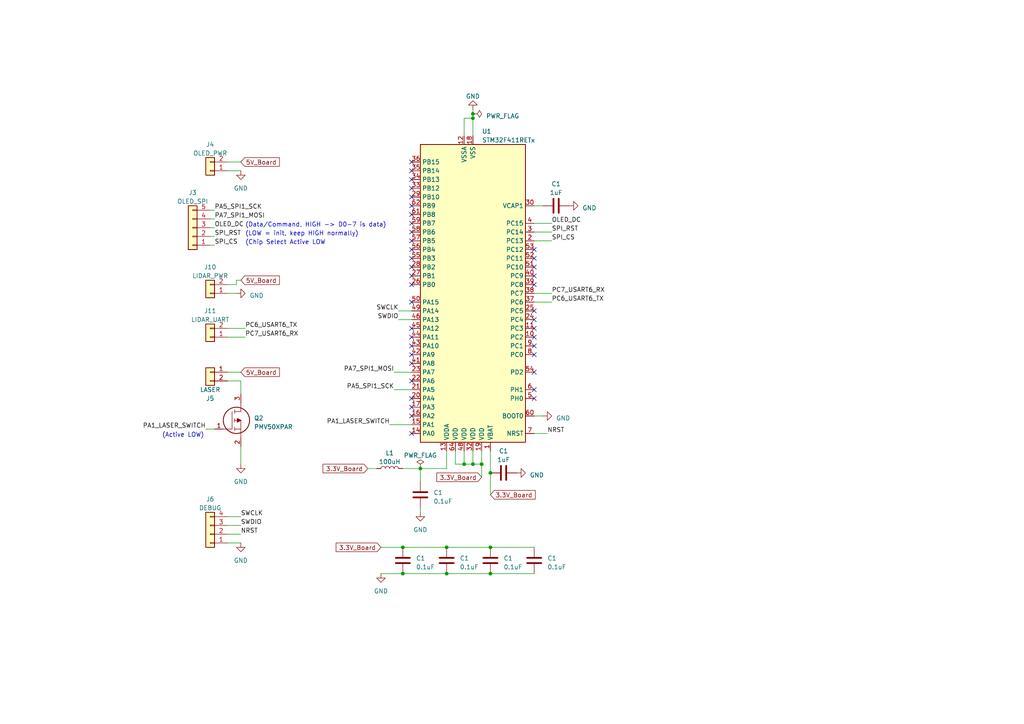
<source format=kicad_sch>
(kicad_sch (version 20230121) (generator eeschema)

  (uuid 0440d24e-c2d3-4183-9bb9-fb7c2270241a)

  (paper "A4")

  (lib_symbols
    (symbol "Connector_Generic:Conn_01x02" (pin_names (offset 1.016) hide) (in_bom yes) (on_board yes)
      (property "Reference" "J" (at 0 2.54 0)
        (effects (font (size 1.27 1.27)))
      )
      (property "Value" "Conn_01x02" (at 0 -5.08 0)
        (effects (font (size 1.27 1.27)))
      )
      (property "Footprint" "" (at 0 0 0)
        (effects (font (size 1.27 1.27)) hide)
      )
      (property "Datasheet" "~" (at 0 0 0)
        (effects (font (size 1.27 1.27)) hide)
      )
      (property "ki_keywords" "connector" (at 0 0 0)
        (effects (font (size 1.27 1.27)) hide)
      )
      (property "ki_description" "Generic connector, single row, 01x02, script generated (kicad-library-utils/schlib/autogen/connector/)" (at 0 0 0)
        (effects (font (size 1.27 1.27)) hide)
      )
      (property "ki_fp_filters" "Connector*:*_1x??_*" (at 0 0 0)
        (effects (font (size 1.27 1.27)) hide)
      )
      (symbol "Conn_01x02_1_1"
        (rectangle (start -1.27 -2.413) (end 0 -2.667)
          (stroke (width 0.1524) (type default))
          (fill (type none))
        )
        (rectangle (start -1.27 0.127) (end 0 -0.127)
          (stroke (width 0.1524) (type default))
          (fill (type none))
        )
        (rectangle (start -1.27 1.27) (end 1.27 -3.81)
          (stroke (width 0.254) (type default))
          (fill (type background))
        )
        (pin passive line (at -5.08 0 0) (length 3.81)
          (name "Pin_1" (effects (font (size 1.27 1.27))))
          (number "1" (effects (font (size 1.27 1.27))))
        )
        (pin passive line (at -5.08 -2.54 0) (length 3.81)
          (name "Pin_2" (effects (font (size 1.27 1.27))))
          (number "2" (effects (font (size 1.27 1.27))))
        )
      )
    )
    (symbol "Connector_Generic:Conn_01x04" (pin_names (offset 1.016) hide) (in_bom yes) (on_board yes)
      (property "Reference" "J" (at 0 5.08 0)
        (effects (font (size 1.27 1.27)))
      )
      (property "Value" "Conn_01x04" (at 0 -7.62 0)
        (effects (font (size 1.27 1.27)))
      )
      (property "Footprint" "" (at 0 0 0)
        (effects (font (size 1.27 1.27)) hide)
      )
      (property "Datasheet" "~" (at 0 0 0)
        (effects (font (size 1.27 1.27)) hide)
      )
      (property "ki_keywords" "connector" (at 0 0 0)
        (effects (font (size 1.27 1.27)) hide)
      )
      (property "ki_description" "Generic connector, single row, 01x04, script generated (kicad-library-utils/schlib/autogen/connector/)" (at 0 0 0)
        (effects (font (size 1.27 1.27)) hide)
      )
      (property "ki_fp_filters" "Connector*:*_1x??_*" (at 0 0 0)
        (effects (font (size 1.27 1.27)) hide)
      )
      (symbol "Conn_01x04_1_1"
        (rectangle (start -1.27 -4.953) (end 0 -5.207)
          (stroke (width 0.1524) (type default))
          (fill (type none))
        )
        (rectangle (start -1.27 -2.413) (end 0 -2.667)
          (stroke (width 0.1524) (type default))
          (fill (type none))
        )
        (rectangle (start -1.27 0.127) (end 0 -0.127)
          (stroke (width 0.1524) (type default))
          (fill (type none))
        )
        (rectangle (start -1.27 2.667) (end 0 2.413)
          (stroke (width 0.1524) (type default))
          (fill (type none))
        )
        (rectangle (start -1.27 3.81) (end 1.27 -6.35)
          (stroke (width 0.254) (type default))
          (fill (type background))
        )
        (pin passive line (at -5.08 2.54 0) (length 3.81)
          (name "Pin_1" (effects (font (size 1.27 1.27))))
          (number "1" (effects (font (size 1.27 1.27))))
        )
        (pin passive line (at -5.08 0 0) (length 3.81)
          (name "Pin_2" (effects (font (size 1.27 1.27))))
          (number "2" (effects (font (size 1.27 1.27))))
        )
        (pin passive line (at -5.08 -2.54 0) (length 3.81)
          (name "Pin_3" (effects (font (size 1.27 1.27))))
          (number "3" (effects (font (size 1.27 1.27))))
        )
        (pin passive line (at -5.08 -5.08 0) (length 3.81)
          (name "Pin_4" (effects (font (size 1.27 1.27))))
          (number "4" (effects (font (size 1.27 1.27))))
        )
      )
    )
    (symbol "Connector_Generic:Conn_01x05" (pin_names (offset 1.016) hide) (in_bom yes) (on_board yes)
      (property "Reference" "J" (at 0 7.62 0)
        (effects (font (size 1.27 1.27)))
      )
      (property "Value" "Conn_01x05" (at 0 -7.62 0)
        (effects (font (size 1.27 1.27)))
      )
      (property "Footprint" "" (at 0 0 0)
        (effects (font (size 1.27 1.27)) hide)
      )
      (property "Datasheet" "~" (at 0 0 0)
        (effects (font (size 1.27 1.27)) hide)
      )
      (property "ki_keywords" "connector" (at 0 0 0)
        (effects (font (size 1.27 1.27)) hide)
      )
      (property "ki_description" "Generic connector, single row, 01x05, script generated (kicad-library-utils/schlib/autogen/connector/)" (at 0 0 0)
        (effects (font (size 1.27 1.27)) hide)
      )
      (property "ki_fp_filters" "Connector*:*_1x??_*" (at 0 0 0)
        (effects (font (size 1.27 1.27)) hide)
      )
      (symbol "Conn_01x05_1_1"
        (rectangle (start -1.27 -4.953) (end 0 -5.207)
          (stroke (width 0.1524) (type default))
          (fill (type none))
        )
        (rectangle (start -1.27 -2.413) (end 0 -2.667)
          (stroke (width 0.1524) (type default))
          (fill (type none))
        )
        (rectangle (start -1.27 0.127) (end 0 -0.127)
          (stroke (width 0.1524) (type default))
          (fill (type none))
        )
        (rectangle (start -1.27 2.667) (end 0 2.413)
          (stroke (width 0.1524) (type default))
          (fill (type none))
        )
        (rectangle (start -1.27 5.207) (end 0 4.953)
          (stroke (width 0.1524) (type default))
          (fill (type none))
        )
        (rectangle (start -1.27 6.35) (end 1.27 -6.35)
          (stroke (width 0.254) (type default))
          (fill (type background))
        )
        (pin passive line (at -5.08 5.08 0) (length 3.81)
          (name "Pin_1" (effects (font (size 1.27 1.27))))
          (number "1" (effects (font (size 1.27 1.27))))
        )
        (pin passive line (at -5.08 2.54 0) (length 3.81)
          (name "Pin_2" (effects (font (size 1.27 1.27))))
          (number "2" (effects (font (size 1.27 1.27))))
        )
        (pin passive line (at -5.08 0 0) (length 3.81)
          (name "Pin_3" (effects (font (size 1.27 1.27))))
          (number "3" (effects (font (size 1.27 1.27))))
        )
        (pin passive line (at -5.08 -2.54 0) (length 3.81)
          (name "Pin_4" (effects (font (size 1.27 1.27))))
          (number "4" (effects (font (size 1.27 1.27))))
        )
        (pin passive line (at -5.08 -5.08 0) (length 3.81)
          (name "Pin_5" (effects (font (size 1.27 1.27))))
          (number "5" (effects (font (size 1.27 1.27))))
        )
      )
    )
    (symbol "Device:C" (pin_numbers hide) (pin_names (offset 0.254)) (in_bom yes) (on_board yes)
      (property "Reference" "C" (at 0.635 2.54 0)
        (effects (font (size 1.27 1.27)) (justify left))
      )
      (property "Value" "C" (at 0.635 -2.54 0)
        (effects (font (size 1.27 1.27)) (justify left))
      )
      (property "Footprint" "" (at 0.9652 -3.81 0)
        (effects (font (size 1.27 1.27)) hide)
      )
      (property "Datasheet" "~" (at 0 0 0)
        (effects (font (size 1.27 1.27)) hide)
      )
      (property "ki_keywords" "cap capacitor" (at 0 0 0)
        (effects (font (size 1.27 1.27)) hide)
      )
      (property "ki_description" "Unpolarized capacitor" (at 0 0 0)
        (effects (font (size 1.27 1.27)) hide)
      )
      (property "ki_fp_filters" "C_*" (at 0 0 0)
        (effects (font (size 1.27 1.27)) hide)
      )
      (symbol "C_0_1"
        (polyline
          (pts
            (xy -2.032 -0.762)
            (xy 2.032 -0.762)
          )
          (stroke (width 0.508) (type default))
          (fill (type none))
        )
        (polyline
          (pts
            (xy -2.032 0.762)
            (xy 2.032 0.762)
          )
          (stroke (width 0.508) (type default))
          (fill (type none))
        )
      )
      (symbol "C_1_1"
        (pin passive line (at 0 3.81 270) (length 2.794)
          (name "~" (effects (font (size 1.27 1.27))))
          (number "1" (effects (font (size 1.27 1.27))))
        )
        (pin passive line (at 0 -3.81 90) (length 2.794)
          (name "~" (effects (font (size 1.27 1.27))))
          (number "2" (effects (font (size 1.27 1.27))))
        )
      )
    )
    (symbol "Device:L" (pin_numbers hide) (pin_names (offset 1.016) hide) (in_bom yes) (on_board yes)
      (property "Reference" "L" (at -1.27 0 90)
        (effects (font (size 1.27 1.27)))
      )
      (property "Value" "L" (at 1.905 0 90)
        (effects (font (size 1.27 1.27)))
      )
      (property "Footprint" "" (at 0 0 0)
        (effects (font (size 1.27 1.27)) hide)
      )
      (property "Datasheet" "~" (at 0 0 0)
        (effects (font (size 1.27 1.27)) hide)
      )
      (property "ki_keywords" "inductor choke coil reactor magnetic" (at 0 0 0)
        (effects (font (size 1.27 1.27)) hide)
      )
      (property "ki_description" "Inductor" (at 0 0 0)
        (effects (font (size 1.27 1.27)) hide)
      )
      (property "ki_fp_filters" "Choke_* *Coil* Inductor_* L_*" (at 0 0 0)
        (effects (font (size 1.27 1.27)) hide)
      )
      (symbol "L_0_1"
        (arc (start 0 -2.54) (mid 0.6323 -1.905) (end 0 -1.27)
          (stroke (width 0) (type default))
          (fill (type none))
        )
        (arc (start 0 -1.27) (mid 0.6323 -0.635) (end 0 0)
          (stroke (width 0) (type default))
          (fill (type none))
        )
        (arc (start 0 0) (mid 0.6323 0.635) (end 0 1.27)
          (stroke (width 0) (type default))
          (fill (type none))
        )
        (arc (start 0 1.27) (mid 0.6323 1.905) (end 0 2.54)
          (stroke (width 0) (type default))
          (fill (type none))
        )
      )
      (symbol "L_1_1"
        (pin passive line (at 0 3.81 270) (length 1.27)
          (name "1" (effects (font (size 1.27 1.27))))
          (number "1" (effects (font (size 1.27 1.27))))
        )
        (pin passive line (at 0 -3.81 90) (length 1.27)
          (name "2" (effects (font (size 1.27 1.27))))
          (number "2" (effects (font (size 1.27 1.27))))
        )
      )
    )
    (symbol "MCU_ST_STM32F4:STM32F411RETx" (in_bom yes) (on_board yes)
      (property "Reference" "U" (at -15.24 44.45 0)
        (effects (font (size 1.27 1.27)) (justify left))
      )
      (property "Value" "STM32F411RETx" (at 10.16 44.45 0)
        (effects (font (size 1.27 1.27)) (justify left))
      )
      (property "Footprint" "Package_QFP:LQFP-64_10x10mm_P0.5mm" (at -15.24 -43.18 0)
        (effects (font (size 1.27 1.27)) (justify right) hide)
      )
      (property "Datasheet" "https://www.st.com/resource/en/datasheet/stm32f411re.pdf" (at 0 0 0)
        (effects (font (size 1.27 1.27)) hide)
      )
      (property "ki_locked" "" (at 0 0 0)
        (effects (font (size 1.27 1.27)))
      )
      (property "ki_keywords" "Arm Cortex-M4 STM32F4 STM32F411" (at 0 0 0)
        (effects (font (size 1.27 1.27)) hide)
      )
      (property "ki_description" "STMicroelectronics Arm Cortex-M4 MCU, 512KB flash, 128KB RAM, 100 MHz, 1.7-3.6V, 50 GPIO, LQFP64" (at 0 0 0)
        (effects (font (size 1.27 1.27)) hide)
      )
      (property "ki_fp_filters" "LQFP*10x10mm*P0.5mm*" (at 0 0 0)
        (effects (font (size 1.27 1.27)) hide)
      )
      (symbol "STM32F411RETx_0_1"
        (rectangle (start -15.24 -43.18) (end 15.24 43.18)
          (stroke (width 0.254) (type default))
          (fill (type background))
        )
      )
      (symbol "STM32F411RETx_1_1"
        (pin power_in line (at -5.08 45.72 270) (length 2.54)
          (name "VBAT" (effects (font (size 1.27 1.27))))
          (number "1" (effects (font (size 1.27 1.27))))
        )
        (pin bidirectional line (at -17.78 12.7 0) (length 2.54)
          (name "PC2" (effects (font (size 1.27 1.27))))
          (number "10" (effects (font (size 1.27 1.27))))
          (alternate "ADC1_IN12" bidirectional line)
          (alternate "I2S2_ext_SD" bidirectional line)
          (alternate "SPI2_MISO" bidirectional line)
        )
        (pin bidirectional line (at -17.78 10.16 0) (length 2.54)
          (name "PC3" (effects (font (size 1.27 1.27))))
          (number "11" (effects (font (size 1.27 1.27))))
          (alternate "ADC1_IN13" bidirectional line)
          (alternate "I2S2_SD" bidirectional line)
          (alternate "SPI2_MOSI" bidirectional line)
        )
        (pin power_in line (at 2.54 -45.72 90) (length 2.54)
          (name "VSSA" (effects (font (size 1.27 1.27))))
          (number "12" (effects (font (size 1.27 1.27))))
        )
        (pin power_in line (at 7.62 45.72 270) (length 2.54)
          (name "VDDA" (effects (font (size 1.27 1.27))))
          (number "13" (effects (font (size 1.27 1.27))))
        )
        (pin bidirectional line (at 17.78 40.64 180) (length 2.54)
          (name "PA0" (effects (font (size 1.27 1.27))))
          (number "14" (effects (font (size 1.27 1.27))))
          (alternate "ADC1_IN0" bidirectional line)
          (alternate "SYS_WKUP" bidirectional line)
          (alternate "TIM2_CH1" bidirectional line)
          (alternate "TIM2_ETR" bidirectional line)
          (alternate "TIM5_CH1" bidirectional line)
          (alternate "USART2_CTS" bidirectional line)
        )
        (pin bidirectional line (at 17.78 38.1 180) (length 2.54)
          (name "PA1" (effects (font (size 1.27 1.27))))
          (number "15" (effects (font (size 1.27 1.27))))
          (alternate "ADC1_IN1" bidirectional line)
          (alternate "I2S4_SD" bidirectional line)
          (alternate "SPI4_MOSI" bidirectional line)
          (alternate "TIM2_CH2" bidirectional line)
          (alternate "TIM5_CH2" bidirectional line)
          (alternate "USART2_RTS" bidirectional line)
        )
        (pin bidirectional line (at 17.78 35.56 180) (length 2.54)
          (name "PA2" (effects (font (size 1.27 1.27))))
          (number "16" (effects (font (size 1.27 1.27))))
          (alternate "ADC1_IN2" bidirectional line)
          (alternate "I2S_CKIN" bidirectional line)
          (alternate "TIM2_CH3" bidirectional line)
          (alternate "TIM5_CH3" bidirectional line)
          (alternate "TIM9_CH1" bidirectional line)
          (alternate "USART2_TX" bidirectional line)
        )
        (pin bidirectional line (at 17.78 33.02 180) (length 2.54)
          (name "PA3" (effects (font (size 1.27 1.27))))
          (number "17" (effects (font (size 1.27 1.27))))
          (alternate "ADC1_IN3" bidirectional line)
          (alternate "I2S2_MCK" bidirectional line)
          (alternate "TIM2_CH4" bidirectional line)
          (alternate "TIM5_CH4" bidirectional line)
          (alternate "TIM9_CH2" bidirectional line)
          (alternate "USART2_RX" bidirectional line)
        )
        (pin power_in line (at 0 -45.72 90) (length 2.54)
          (name "VSS" (effects (font (size 1.27 1.27))))
          (number "18" (effects (font (size 1.27 1.27))))
        )
        (pin power_in line (at -2.54 45.72 270) (length 2.54)
          (name "VDD" (effects (font (size 1.27 1.27))))
          (number "19" (effects (font (size 1.27 1.27))))
        )
        (pin bidirectional line (at -17.78 -15.24 0) (length 2.54)
          (name "PC13" (effects (font (size 1.27 1.27))))
          (number "2" (effects (font (size 1.27 1.27))))
          (alternate "RTC_AF1" bidirectional line)
        )
        (pin bidirectional line (at 17.78 30.48 180) (length 2.54)
          (name "PA4" (effects (font (size 1.27 1.27))))
          (number "20" (effects (font (size 1.27 1.27))))
          (alternate "ADC1_IN4" bidirectional line)
          (alternate "I2S1_WS" bidirectional line)
          (alternate "I2S3_WS" bidirectional line)
          (alternate "SPI1_NSS" bidirectional line)
          (alternate "SPI3_NSS" bidirectional line)
          (alternate "USART2_CK" bidirectional line)
        )
        (pin bidirectional line (at 17.78 27.94 180) (length 2.54)
          (name "PA5" (effects (font (size 1.27 1.27))))
          (number "21" (effects (font (size 1.27 1.27))))
          (alternate "ADC1_IN5" bidirectional line)
          (alternate "I2S1_CK" bidirectional line)
          (alternate "SPI1_SCK" bidirectional line)
          (alternate "TIM2_CH1" bidirectional line)
          (alternate "TIM2_ETR" bidirectional line)
        )
        (pin bidirectional line (at 17.78 25.4 180) (length 2.54)
          (name "PA6" (effects (font (size 1.27 1.27))))
          (number "22" (effects (font (size 1.27 1.27))))
          (alternate "ADC1_IN6" bidirectional line)
          (alternate "I2S2_MCK" bidirectional line)
          (alternate "SDIO_CMD" bidirectional line)
          (alternate "SPI1_MISO" bidirectional line)
          (alternate "TIM1_BKIN" bidirectional line)
          (alternate "TIM3_CH1" bidirectional line)
        )
        (pin bidirectional line (at 17.78 22.86 180) (length 2.54)
          (name "PA7" (effects (font (size 1.27 1.27))))
          (number "23" (effects (font (size 1.27 1.27))))
          (alternate "ADC1_IN7" bidirectional line)
          (alternate "I2S1_SD" bidirectional line)
          (alternate "SPI1_MOSI" bidirectional line)
          (alternate "TIM1_CH1N" bidirectional line)
          (alternate "TIM3_CH2" bidirectional line)
        )
        (pin bidirectional line (at -17.78 7.62 0) (length 2.54)
          (name "PC4" (effects (font (size 1.27 1.27))))
          (number "24" (effects (font (size 1.27 1.27))))
          (alternate "ADC1_IN14" bidirectional line)
        )
        (pin bidirectional line (at -17.78 5.08 0) (length 2.54)
          (name "PC5" (effects (font (size 1.27 1.27))))
          (number "25" (effects (font (size 1.27 1.27))))
          (alternate "ADC1_IN15" bidirectional line)
        )
        (pin bidirectional line (at 17.78 -2.54 180) (length 2.54)
          (name "PB0" (effects (font (size 1.27 1.27))))
          (number "26" (effects (font (size 1.27 1.27))))
          (alternate "ADC1_IN8" bidirectional line)
          (alternate "I2S5_CK" bidirectional line)
          (alternate "SPI5_SCK" bidirectional line)
          (alternate "TIM1_CH2N" bidirectional line)
          (alternate "TIM3_CH3" bidirectional line)
        )
        (pin bidirectional line (at 17.78 -5.08 180) (length 2.54)
          (name "PB1" (effects (font (size 1.27 1.27))))
          (number "27" (effects (font (size 1.27 1.27))))
          (alternate "ADC1_IN9" bidirectional line)
          (alternate "I2S5_WS" bidirectional line)
          (alternate "SPI5_NSS" bidirectional line)
          (alternate "TIM1_CH3N" bidirectional line)
          (alternate "TIM3_CH4" bidirectional line)
        )
        (pin bidirectional line (at 17.78 -7.62 180) (length 2.54)
          (name "PB2" (effects (font (size 1.27 1.27))))
          (number "28" (effects (font (size 1.27 1.27))))
        )
        (pin bidirectional line (at 17.78 -27.94 180) (length 2.54)
          (name "PB10" (effects (font (size 1.27 1.27))))
          (number "29" (effects (font (size 1.27 1.27))))
          (alternate "I2C2_SCL" bidirectional line)
          (alternate "I2S2_CK" bidirectional line)
          (alternate "I2S3_MCK" bidirectional line)
          (alternate "SDIO_D7" bidirectional line)
          (alternate "SPI2_SCK" bidirectional line)
          (alternate "TIM2_CH3" bidirectional line)
        )
        (pin bidirectional line (at -17.78 -17.78 0) (length 2.54)
          (name "PC14" (effects (font (size 1.27 1.27))))
          (number "3" (effects (font (size 1.27 1.27))))
          (alternate "RCC_OSC32_IN" bidirectional line)
        )
        (pin power_out line (at -17.78 -25.4 0) (length 2.54)
          (name "VCAP1" (effects (font (size 1.27 1.27))))
          (number "30" (effects (font (size 1.27 1.27))))
        )
        (pin passive line (at 0 -45.72 90) (length 2.54) hide
          (name "VSS" (effects (font (size 1.27 1.27))))
          (number "31" (effects (font (size 1.27 1.27))))
        )
        (pin power_in line (at 0 45.72 270) (length 2.54)
          (name "VDD" (effects (font (size 1.27 1.27))))
          (number "32" (effects (font (size 1.27 1.27))))
        )
        (pin bidirectional line (at 17.78 -30.48 180) (length 2.54)
          (name "PB12" (effects (font (size 1.27 1.27))))
          (number "33" (effects (font (size 1.27 1.27))))
          (alternate "I2C2_SMBA" bidirectional line)
          (alternate "I2S2_WS" bidirectional line)
          (alternate "I2S3_CK" bidirectional line)
          (alternate "I2S4_WS" bidirectional line)
          (alternate "SPI2_NSS" bidirectional line)
          (alternate "SPI3_SCK" bidirectional line)
          (alternate "SPI4_NSS" bidirectional line)
          (alternate "TIM1_BKIN" bidirectional line)
        )
        (pin bidirectional line (at 17.78 -33.02 180) (length 2.54)
          (name "PB13" (effects (font (size 1.27 1.27))))
          (number "34" (effects (font (size 1.27 1.27))))
          (alternate "I2S2_CK" bidirectional line)
          (alternate "I2S4_CK" bidirectional line)
          (alternate "SPI2_SCK" bidirectional line)
          (alternate "SPI4_SCK" bidirectional line)
          (alternate "TIM1_CH1N" bidirectional line)
        )
        (pin bidirectional line (at 17.78 -35.56 180) (length 2.54)
          (name "PB14" (effects (font (size 1.27 1.27))))
          (number "35" (effects (font (size 1.27 1.27))))
          (alternate "I2S2_ext_SD" bidirectional line)
          (alternate "SDIO_D6" bidirectional line)
          (alternate "SPI2_MISO" bidirectional line)
          (alternate "TIM1_CH2N" bidirectional line)
        )
        (pin bidirectional line (at 17.78 -38.1 180) (length 2.54)
          (name "PB15" (effects (font (size 1.27 1.27))))
          (number "36" (effects (font (size 1.27 1.27))))
          (alternate "ADC1_EXTI15" bidirectional line)
          (alternate "I2S2_SD" bidirectional line)
          (alternate "RTC_REFIN" bidirectional line)
          (alternate "SDIO_CK" bidirectional line)
          (alternate "SPI2_MOSI" bidirectional line)
          (alternate "TIM1_CH3N" bidirectional line)
        )
        (pin bidirectional line (at -17.78 2.54 0) (length 2.54)
          (name "PC6" (effects (font (size 1.27 1.27))))
          (number "37" (effects (font (size 1.27 1.27))))
          (alternate "I2S2_MCK" bidirectional line)
          (alternate "SDIO_D6" bidirectional line)
          (alternate "TIM3_CH1" bidirectional line)
          (alternate "USART6_TX" bidirectional line)
        )
        (pin bidirectional line (at -17.78 0 0) (length 2.54)
          (name "PC7" (effects (font (size 1.27 1.27))))
          (number "38" (effects (font (size 1.27 1.27))))
          (alternate "I2S2_CK" bidirectional line)
          (alternate "I2S3_MCK" bidirectional line)
          (alternate "SDIO_D7" bidirectional line)
          (alternate "SPI2_SCK" bidirectional line)
          (alternate "TIM3_CH2" bidirectional line)
          (alternate "USART6_RX" bidirectional line)
        )
        (pin bidirectional line (at -17.78 -2.54 0) (length 2.54)
          (name "PC8" (effects (font (size 1.27 1.27))))
          (number "39" (effects (font (size 1.27 1.27))))
          (alternate "SDIO_D0" bidirectional line)
          (alternate "TIM3_CH3" bidirectional line)
          (alternate "USART6_CK" bidirectional line)
        )
        (pin bidirectional line (at -17.78 -20.32 0) (length 2.54)
          (name "PC15" (effects (font (size 1.27 1.27))))
          (number "4" (effects (font (size 1.27 1.27))))
          (alternate "ADC1_EXTI15" bidirectional line)
          (alternate "RCC_OSC32_OUT" bidirectional line)
        )
        (pin bidirectional line (at -17.78 -5.08 0) (length 2.54)
          (name "PC9" (effects (font (size 1.27 1.27))))
          (number "40" (effects (font (size 1.27 1.27))))
          (alternate "I2C3_SDA" bidirectional line)
          (alternate "I2S_CKIN" bidirectional line)
          (alternate "RCC_MCO_2" bidirectional line)
          (alternate "SDIO_D1" bidirectional line)
          (alternate "TIM3_CH4" bidirectional line)
        )
        (pin bidirectional line (at 17.78 20.32 180) (length 2.54)
          (name "PA8" (effects (font (size 1.27 1.27))))
          (number "41" (effects (font (size 1.27 1.27))))
          (alternate "I2C3_SCL" bidirectional line)
          (alternate "RCC_MCO_1" bidirectional line)
          (alternate "SDIO_D1" bidirectional line)
          (alternate "TIM1_CH1" bidirectional line)
          (alternate "USART1_CK" bidirectional line)
          (alternate "USB_OTG_FS_SOF" bidirectional line)
        )
        (pin bidirectional line (at 17.78 17.78 180) (length 2.54)
          (name "PA9" (effects (font (size 1.27 1.27))))
          (number "42" (effects (font (size 1.27 1.27))))
          (alternate "I2C3_SMBA" bidirectional line)
          (alternate "SDIO_D2" bidirectional line)
          (alternate "TIM1_CH2" bidirectional line)
          (alternate "USART1_TX" bidirectional line)
          (alternate "USB_OTG_FS_VBUS" bidirectional line)
        )
        (pin bidirectional line (at 17.78 15.24 180) (length 2.54)
          (name "PA10" (effects (font (size 1.27 1.27))))
          (number "43" (effects (font (size 1.27 1.27))))
          (alternate "I2S5_SD" bidirectional line)
          (alternate "SPI5_MOSI" bidirectional line)
          (alternate "TIM1_CH3" bidirectional line)
          (alternate "USART1_RX" bidirectional line)
          (alternate "USB_OTG_FS_ID" bidirectional line)
        )
        (pin bidirectional line (at 17.78 12.7 180) (length 2.54)
          (name "PA11" (effects (font (size 1.27 1.27))))
          (number "44" (effects (font (size 1.27 1.27))))
          (alternate "ADC1_EXTI11" bidirectional line)
          (alternate "SPI4_MISO" bidirectional line)
          (alternate "TIM1_CH4" bidirectional line)
          (alternate "USART1_CTS" bidirectional line)
          (alternate "USART6_TX" bidirectional line)
          (alternate "USB_OTG_FS_DM" bidirectional line)
        )
        (pin bidirectional line (at 17.78 10.16 180) (length 2.54)
          (name "PA12" (effects (font (size 1.27 1.27))))
          (number "45" (effects (font (size 1.27 1.27))))
          (alternate "SPI5_MISO" bidirectional line)
          (alternate "TIM1_ETR" bidirectional line)
          (alternate "USART1_RTS" bidirectional line)
          (alternate "USART6_RX" bidirectional line)
          (alternate "USB_OTG_FS_DP" bidirectional line)
        )
        (pin bidirectional line (at 17.78 7.62 180) (length 2.54)
          (name "PA13" (effects (font (size 1.27 1.27))))
          (number "46" (effects (font (size 1.27 1.27))))
          (alternate "SYS_JTMS-SWDIO" bidirectional line)
        )
        (pin passive line (at 0 -45.72 90) (length 2.54) hide
          (name "VSS" (effects (font (size 1.27 1.27))))
          (number "47" (effects (font (size 1.27 1.27))))
        )
        (pin power_in line (at 2.54 45.72 270) (length 2.54)
          (name "VDD" (effects (font (size 1.27 1.27))))
          (number "48" (effects (font (size 1.27 1.27))))
        )
        (pin bidirectional line (at 17.78 5.08 180) (length 2.54)
          (name "PA14" (effects (font (size 1.27 1.27))))
          (number "49" (effects (font (size 1.27 1.27))))
          (alternate "SYS_JTCK-SWCLK" bidirectional line)
        )
        (pin bidirectional line (at -17.78 30.48 0) (length 2.54)
          (name "PH0" (effects (font (size 1.27 1.27))))
          (number "5" (effects (font (size 1.27 1.27))))
          (alternate "RCC_OSC_IN" bidirectional line)
        )
        (pin bidirectional line (at 17.78 2.54 180) (length 2.54)
          (name "PA15" (effects (font (size 1.27 1.27))))
          (number "50" (effects (font (size 1.27 1.27))))
          (alternate "ADC1_EXTI15" bidirectional line)
          (alternate "I2S1_WS" bidirectional line)
          (alternate "I2S3_WS" bidirectional line)
          (alternate "SPI1_NSS" bidirectional line)
          (alternate "SPI3_NSS" bidirectional line)
          (alternate "SYS_JTDI" bidirectional line)
          (alternate "TIM2_CH1" bidirectional line)
          (alternate "TIM2_ETR" bidirectional line)
          (alternate "USART1_TX" bidirectional line)
        )
        (pin bidirectional line (at -17.78 -7.62 0) (length 2.54)
          (name "PC10" (effects (font (size 1.27 1.27))))
          (number "51" (effects (font (size 1.27 1.27))))
          (alternate "I2S3_CK" bidirectional line)
          (alternate "SDIO_D2" bidirectional line)
          (alternate "SPI3_SCK" bidirectional line)
        )
        (pin bidirectional line (at -17.78 -10.16 0) (length 2.54)
          (name "PC11" (effects (font (size 1.27 1.27))))
          (number "52" (effects (font (size 1.27 1.27))))
          (alternate "ADC1_EXTI11" bidirectional line)
          (alternate "I2S3_ext_SD" bidirectional line)
          (alternate "SDIO_D3" bidirectional line)
          (alternate "SPI3_MISO" bidirectional line)
        )
        (pin bidirectional line (at -17.78 -12.7 0) (length 2.54)
          (name "PC12" (effects (font (size 1.27 1.27))))
          (number "53" (effects (font (size 1.27 1.27))))
          (alternate "I2S3_SD" bidirectional line)
          (alternate "SDIO_CK" bidirectional line)
          (alternate "SPI3_MOSI" bidirectional line)
        )
        (pin bidirectional line (at -17.78 22.86 0) (length 2.54)
          (name "PD2" (effects (font (size 1.27 1.27))))
          (number "54" (effects (font (size 1.27 1.27))))
          (alternate "SDIO_CMD" bidirectional line)
          (alternate "TIM3_ETR" bidirectional line)
        )
        (pin bidirectional line (at 17.78 -10.16 180) (length 2.54)
          (name "PB3" (effects (font (size 1.27 1.27))))
          (number "55" (effects (font (size 1.27 1.27))))
          (alternate "I2C2_SDA" bidirectional line)
          (alternate "I2S1_CK" bidirectional line)
          (alternate "I2S3_CK" bidirectional line)
          (alternate "SPI1_SCK" bidirectional line)
          (alternate "SPI3_SCK" bidirectional line)
          (alternate "SYS_JTDO-SWO" bidirectional line)
          (alternate "TIM2_CH2" bidirectional line)
          (alternate "USART1_RX" bidirectional line)
        )
        (pin bidirectional line (at 17.78 -12.7 180) (length 2.54)
          (name "PB4" (effects (font (size 1.27 1.27))))
          (number "56" (effects (font (size 1.27 1.27))))
          (alternate "I2C3_SDA" bidirectional line)
          (alternate "I2S3_ext_SD" bidirectional line)
          (alternate "SDIO_D0" bidirectional line)
          (alternate "SPI1_MISO" bidirectional line)
          (alternate "SPI3_MISO" bidirectional line)
          (alternate "SYS_JTRST" bidirectional line)
          (alternate "TIM3_CH1" bidirectional line)
        )
        (pin bidirectional line (at 17.78 -15.24 180) (length 2.54)
          (name "PB5" (effects (font (size 1.27 1.27))))
          (number "57" (effects (font (size 1.27 1.27))))
          (alternate "I2C1_SMBA" bidirectional line)
          (alternate "I2S1_SD" bidirectional line)
          (alternate "I2S3_SD" bidirectional line)
          (alternate "SDIO_D3" bidirectional line)
          (alternate "SPI1_MOSI" bidirectional line)
          (alternate "SPI3_MOSI" bidirectional line)
          (alternate "TIM3_CH2" bidirectional line)
        )
        (pin bidirectional line (at 17.78 -17.78 180) (length 2.54)
          (name "PB6" (effects (font (size 1.27 1.27))))
          (number "58" (effects (font (size 1.27 1.27))))
          (alternate "I2C1_SCL" bidirectional line)
          (alternate "TIM4_CH1" bidirectional line)
          (alternate "USART1_TX" bidirectional line)
        )
        (pin bidirectional line (at 17.78 -20.32 180) (length 2.54)
          (name "PB7" (effects (font (size 1.27 1.27))))
          (number "59" (effects (font (size 1.27 1.27))))
          (alternate "I2C1_SDA" bidirectional line)
          (alternate "SDIO_D0" bidirectional line)
          (alternate "TIM4_CH2" bidirectional line)
          (alternate "USART1_RX" bidirectional line)
        )
        (pin bidirectional line (at -17.78 27.94 0) (length 2.54)
          (name "PH1" (effects (font (size 1.27 1.27))))
          (number "6" (effects (font (size 1.27 1.27))))
          (alternate "RCC_OSC_OUT" bidirectional line)
        )
        (pin input line (at -17.78 35.56 0) (length 2.54)
          (name "BOOT0" (effects (font (size 1.27 1.27))))
          (number "60" (effects (font (size 1.27 1.27))))
        )
        (pin bidirectional line (at 17.78 -22.86 180) (length 2.54)
          (name "PB8" (effects (font (size 1.27 1.27))))
          (number "61" (effects (font (size 1.27 1.27))))
          (alternate "I2C1_SCL" bidirectional line)
          (alternate "I2C3_SDA" bidirectional line)
          (alternate "I2S5_SD" bidirectional line)
          (alternate "SDIO_D4" bidirectional line)
          (alternate "SPI5_MOSI" bidirectional line)
          (alternate "TIM10_CH1" bidirectional line)
          (alternate "TIM4_CH3" bidirectional line)
        )
        (pin bidirectional line (at 17.78 -25.4 180) (length 2.54)
          (name "PB9" (effects (font (size 1.27 1.27))))
          (number "62" (effects (font (size 1.27 1.27))))
          (alternate "I2C1_SDA" bidirectional line)
          (alternate "I2C2_SDA" bidirectional line)
          (alternate "I2S2_WS" bidirectional line)
          (alternate "SDIO_D5" bidirectional line)
          (alternate "SPI2_NSS" bidirectional line)
          (alternate "TIM11_CH1" bidirectional line)
          (alternate "TIM4_CH4" bidirectional line)
        )
        (pin passive line (at 0 -45.72 90) (length 2.54) hide
          (name "VSS" (effects (font (size 1.27 1.27))))
          (number "63" (effects (font (size 1.27 1.27))))
        )
        (pin power_in line (at 5.08 45.72 270) (length 2.54)
          (name "VDD" (effects (font (size 1.27 1.27))))
          (number "64" (effects (font (size 1.27 1.27))))
        )
        (pin input line (at -17.78 40.64 0) (length 2.54)
          (name "NRST" (effects (font (size 1.27 1.27))))
          (number "7" (effects (font (size 1.27 1.27))))
        )
        (pin bidirectional line (at -17.78 17.78 0) (length 2.54)
          (name "PC0" (effects (font (size 1.27 1.27))))
          (number "8" (effects (font (size 1.27 1.27))))
          (alternate "ADC1_IN10" bidirectional line)
        )
        (pin bidirectional line (at -17.78 15.24 0) (length 2.54)
          (name "PC1" (effects (font (size 1.27 1.27))))
          (number "9" (effects (font (size 1.27 1.27))))
          (alternate "ADC1_IN11" bidirectional line)
        )
      )
    )
    (symbol "PMV50XPAR:PMV50XPAR" (pin_names (offset 0.762)) (in_bom yes) (on_board yes)
      (property "Reference" "Q" (at 11.43 3.81 0)
        (effects (font (size 1.27 1.27)) (justify left))
      )
      (property "Value" "PMV50XPAR" (at 11.43 1.27 0)
        (effects (font (size 1.27 1.27)) (justify left))
      )
      (property "Footprint" "SOT95P230X110-3N" (at 11.43 -1.27 0)
        (effects (font (size 1.27 1.27)) (justify left) hide)
      )
      (property "Datasheet" "https://assets.nexperia.com/documents/data-sheet/PMV50XPA.pdf" (at 11.43 -3.81 0)
        (effects (font (size 1.27 1.27)) (justify left) hide)
      )
      (property "Description" "PMV50XPA - 20 V, P-channel Trench MOSFET@en-us" (at 11.43 -6.35 0)
        (effects (font (size 1.27 1.27)) (justify left) hide)
      )
      (property "Height" "1.1" (at 11.43 -8.89 0)
        (effects (font (size 1.27 1.27)) (justify left) hide)
      )
      (property "Mouser Part Number" "771-PMV50XPAR" (at 11.43 -11.43 0)
        (effects (font (size 1.27 1.27)) (justify left) hide)
      )
      (property "Mouser Price/Stock" "https://www.mouser.co.uk/ProductDetail/Nexperia/PMV50XPAR?qs=amGC7iS6iy%2F5FSUzonJrVQ%3D%3D" (at 11.43 -13.97 0)
        (effects (font (size 1.27 1.27)) (justify left) hide)
      )
      (property "Manufacturer_Name" "Nexperia" (at 11.43 -16.51 0)
        (effects (font (size 1.27 1.27)) (justify left) hide)
      )
      (property "Manufacturer_Part_Number" "PMV50XPAR" (at 11.43 -19.05 0)
        (effects (font (size 1.27 1.27)) (justify left) hide)
      )
      (symbol "PMV50XPAR_0_0"
        (pin passive line (at 0 0 0) (length 2.54)
          (name "~" (effects (font (size 1.27 1.27))))
          (number "1" (effects (font (size 1.27 1.27))))
        )
        (pin passive line (at 7.62 -5.08 90) (length 2.54)
          (name "~" (effects (font (size 1.27 1.27))))
          (number "2" (effects (font (size 1.27 1.27))))
        )
        (pin passive line (at 7.62 10.16 270) (length 2.54)
          (name "~" (effects (font (size 1.27 1.27))))
          (number "3" (effects (font (size 1.27 1.27))))
        )
      )
      (symbol "PMV50XPAR_0_1"
        (polyline
          (pts
            (xy 5.842 -0.508)
            (xy 5.842 0.508)
          )
          (stroke (width 0.1524) (type solid))
          (fill (type none))
        )
        (polyline
          (pts
            (xy 5.842 0)
            (xy 7.62 0)
          )
          (stroke (width 0.1524) (type solid))
          (fill (type none))
        )
        (polyline
          (pts
            (xy 5.842 2.032)
            (xy 5.842 3.048)
          )
          (stroke (width 0.1524) (type solid))
          (fill (type none))
        )
        (polyline
          (pts
            (xy 5.842 5.588)
            (xy 5.842 4.572)
          )
          (stroke (width 0.1524) (type solid))
          (fill (type none))
        )
        (polyline
          (pts
            (xy 7.62 2.54)
            (xy 5.842 2.54)
          )
          (stroke (width 0.1524) (type solid))
          (fill (type none))
        )
        (polyline
          (pts
            (xy 7.62 2.54)
            (xy 7.62 -2.54)
          )
          (stroke (width 0.1524) (type solid))
          (fill (type none))
        )
        (polyline
          (pts
            (xy 7.62 5.08)
            (xy 5.842 5.08)
          )
          (stroke (width 0.1524) (type solid))
          (fill (type none))
        )
        (polyline
          (pts
            (xy 7.62 5.08)
            (xy 7.62 7.62)
          )
          (stroke (width 0.1524) (type solid))
          (fill (type none))
        )
        (polyline
          (pts
            (xy 2.54 0)
            (xy 5.08 0)
            (xy 5.08 5.08)
          )
          (stroke (width 0.1524) (type solid))
          (fill (type none))
        )
        (polyline
          (pts
            (xy 7.62 2.54)
            (xy 6.604 3.048)
            (xy 6.604 2.032)
            (xy 7.62 2.54)
          )
          (stroke (width 0.254) (type solid))
          (fill (type outline))
        )
        (circle (center 6.35 2.54) (radius 3.81)
          (stroke (width 0.254) (type solid))
          (fill (type none))
        )
      )
    )
    (symbol "power:GND" (power) (pin_names (offset 0)) (in_bom yes) (on_board yes)
      (property "Reference" "#PWR" (at 0 -6.35 0)
        (effects (font (size 1.27 1.27)) hide)
      )
      (property "Value" "GND" (at 0 -3.81 0)
        (effects (font (size 1.27 1.27)))
      )
      (property "Footprint" "" (at 0 0 0)
        (effects (font (size 1.27 1.27)) hide)
      )
      (property "Datasheet" "" (at 0 0 0)
        (effects (font (size 1.27 1.27)) hide)
      )
      (property "ki_keywords" "global power" (at 0 0 0)
        (effects (font (size 1.27 1.27)) hide)
      )
      (property "ki_description" "Power symbol creates a global label with name \"GND\" , ground" (at 0 0 0)
        (effects (font (size 1.27 1.27)) hide)
      )
      (symbol "GND_0_1"
        (polyline
          (pts
            (xy 0 0)
            (xy 0 -1.27)
            (xy 1.27 -1.27)
            (xy 0 -2.54)
            (xy -1.27 -1.27)
            (xy 0 -1.27)
          )
          (stroke (width 0) (type default))
          (fill (type none))
        )
      )
      (symbol "GND_1_1"
        (pin power_in line (at 0 0 270) (length 0) hide
          (name "GND" (effects (font (size 1.27 1.27))))
          (number "1" (effects (font (size 1.27 1.27))))
        )
      )
    )
    (symbol "power:PWR_FLAG" (power) (pin_numbers hide) (pin_names (offset 0) hide) (in_bom yes) (on_board yes)
      (property "Reference" "#FLG" (at 0 1.905 0)
        (effects (font (size 1.27 1.27)) hide)
      )
      (property "Value" "PWR_FLAG" (at 0 3.81 0)
        (effects (font (size 1.27 1.27)))
      )
      (property "Footprint" "" (at 0 0 0)
        (effects (font (size 1.27 1.27)) hide)
      )
      (property "Datasheet" "~" (at 0 0 0)
        (effects (font (size 1.27 1.27)) hide)
      )
      (property "ki_keywords" "flag power" (at 0 0 0)
        (effects (font (size 1.27 1.27)) hide)
      )
      (property "ki_description" "Special symbol for telling ERC where power comes from" (at 0 0 0)
        (effects (font (size 1.27 1.27)) hide)
      )
      (symbol "PWR_FLAG_0_0"
        (pin power_out line (at 0 0 90) (length 0)
          (name "pwr" (effects (font (size 1.27 1.27))))
          (number "1" (effects (font (size 1.27 1.27))))
        )
      )
      (symbol "PWR_FLAG_0_1"
        (polyline
          (pts
            (xy 0 0)
            (xy 0 1.27)
            (xy -1.016 1.905)
            (xy 0 2.54)
            (xy 1.016 1.905)
            (xy 0 1.27)
          )
          (stroke (width 0) (type default))
          (fill (type none))
        )
      )
    )
  )

  (junction (at 129.54 158.75) (diameter 0) (color 0 0 0 0)
    (uuid 043b950a-8157-48a6-81e9-ba96ed5640d8)
  )
  (junction (at 137.16 33.02) (diameter 0) (color 0 0 0 0)
    (uuid 09857df5-c799-4bb2-838b-4baac93e2974)
  )
  (junction (at 129.54 166.37) (diameter 0) (color 0 0 0 0)
    (uuid 0bb544f7-8d68-4f70-abc1-b4a280fb9766)
  )
  (junction (at 121.92 135.89) (diameter 0) (color 0 0 0 0)
    (uuid 1a572ad5-82d9-4ece-a587-21289bd82141)
  )
  (junction (at 139.7 134.62) (diameter 0) (color 0 0 0 0)
    (uuid 2a7a1dab-ccee-4ff2-a786-10c545206ef3)
  )
  (junction (at 116.84 166.37) (diameter 0) (color 0 0 0 0)
    (uuid 4987ccc2-4421-4066-bb87-aaa5216ba549)
  )
  (junction (at 134.62 134.62) (diameter 0) (color 0 0 0 0)
    (uuid 6df2dc8b-bbe1-4e70-a939-570be46651a6)
  )
  (junction (at 137.16 134.62) (diameter 0) (color 0 0 0 0)
    (uuid a71916d2-c73d-4614-9328-549e734d4aa5)
  )
  (junction (at 142.24 137.16) (diameter 0) (color 0 0 0 0)
    (uuid b007c46e-de20-4447-8d43-ba32797dbfd4)
  )
  (junction (at 142.24 166.37) (diameter 0) (color 0 0 0 0)
    (uuid cb61af02-9f2b-4459-9390-2256344bc48c)
  )
  (junction (at 137.16 34.29) (diameter 0) (color 0 0 0 0)
    (uuid d5a5ae0d-f8d5-4bd8-a14c-3bc5619574d9)
  )
  (junction (at 116.84 158.75) (diameter 0) (color 0 0 0 0)
    (uuid ea7e1bd3-8046-48a9-a2dc-94a08dbc9f9b)
  )
  (junction (at 142.24 158.75) (diameter 0) (color 0 0 0 0)
    (uuid f4c12b55-0f66-4e88-bc47-4322dea447ad)
  )

  (no_connect (at 154.94 90.17) (uuid 017cf103-158d-451e-b82e-5558bf4787a0))
  (no_connect (at 154.94 72.39) (uuid 06937d18-2b9e-4ac4-87b4-089a622914de))
  (no_connect (at 154.94 102.87) (uuid 09592e9b-df08-48de-a935-6daf4b701e19))
  (no_connect (at 154.94 115.57) (uuid 0d606903-38cd-4252-a634-ad8f0a1ddebb))
  (no_connect (at 154.94 74.93) (uuid 103504e0-cc75-4bfa-b067-f335edca4e25))
  (no_connect (at 154.94 77.47) (uuid 104a61bc-0e87-4fee-ad4f-495076b01722))
  (no_connect (at 119.38 62.23) (uuid 12b63046-2c7a-43b0-8c91-b81662b24f62))
  (no_connect (at 119.38 125.73) (uuid 169483af-7304-453b-87c4-6e10260b2405))
  (no_connect (at 119.38 97.79) (uuid 1a24492e-73de-4299-8d8d-611c1cffcfaa))
  (no_connect (at 119.38 54.61) (uuid 1b801486-3963-4b0e-b181-5bb5e46371ff))
  (no_connect (at 119.38 87.63) (uuid 2e436d8b-6e43-4dd8-9eb7-f655961acbcf))
  (no_connect (at 119.38 59.69) (uuid 407a983e-664b-4dec-812b-eee3425b258f))
  (no_connect (at 119.38 72.39) (uuid 4bc31009-9fa9-4e23-9787-86dd4baeb473))
  (no_connect (at 154.94 107.95) (uuid 5ca7c474-8723-4fa8-8752-07c6430453a1))
  (no_connect (at 154.94 82.55) (uuid 5e7f9156-2678-48a9-b854-6508c9c06192))
  (no_connect (at 119.38 57.15) (uuid 5eb642c4-af3f-403f-92ad-40e5b594b7ae))
  (no_connect (at 119.38 95.25) (uuid 5f8f85ee-a64f-41d5-bc44-886510ddae8f))
  (no_connect (at 119.38 46.99) (uuid 627a73fe-d95f-4754-ae53-743538af8b55))
  (no_connect (at 119.38 67.31) (uuid 747cb364-88d2-4ce9-9f27-e0e1cd1be436))
  (no_connect (at 119.38 110.49) (uuid 8df1794e-0bf6-415c-8816-6f8916e6fc3d))
  (no_connect (at 154.94 113.03) (uuid 8e967dd6-3571-41b7-84f0-ed322bd58eea))
  (no_connect (at 119.38 77.47) (uuid 9a15b9a4-71cb-4353-be57-069c4e3bde06))
  (no_connect (at 119.38 118.11) (uuid 9ef9b7ea-6d83-40f7-a9fd-03a6172bb310))
  (no_connect (at 154.94 97.79) (uuid a418271b-3cc5-4956-a2fe-0906c5eac397))
  (no_connect (at 154.94 80.01) (uuid a8f89f75-df74-43c1-9fb0-99310d6914a9))
  (no_connect (at 119.38 120.65) (uuid a9297060-0df2-4a70-ba36-5c29c5f1abeb))
  (no_connect (at 119.38 69.85) (uuid ab4dc1cb-6c2c-4dda-b4e5-8dccbf8baa15))
  (no_connect (at 154.94 92.71) (uuid b5dd63a2-4886-4261-a0f4-66ef84f91f44))
  (no_connect (at 119.38 115.57) (uuid bd152bfb-c1ee-40a2-854f-803144f07691))
  (no_connect (at 154.94 100.33) (uuid bf428293-1fdb-42be-bb12-2cd097cc6be8))
  (no_connect (at 119.38 64.77) (uuid c8aec63a-7432-4264-89d3-ba695ed969ff))
  (no_connect (at 119.38 80.01) (uuid cc0d52ce-aec2-491b-b3b3-c7351c37cd3c))
  (no_connect (at 119.38 49.53) (uuid cdca758d-84a8-43a5-b458-ed4dea4e34dd))
  (no_connect (at 119.38 74.93) (uuid d275eafb-1130-4ec2-95c6-b6a95941ce3e))
  (no_connect (at 119.38 102.87) (uuid d67f6ea5-c21d-4006-b0f8-1e0f17c0e30c))
  (no_connect (at 119.38 52.07) (uuid d7847ffc-f3fb-4385-af36-b0056a857353))
  (no_connect (at 119.38 82.55) (uuid db48c4f0-599d-4cd1-8110-de12631626ba))
  (no_connect (at 119.38 100.33) (uuid dba6bbb9-01b3-4f76-bc11-6aabcca277ec))
  (no_connect (at 119.38 105.41) (uuid f493a741-96c2-4e43-8331-66a8e7782840))
  (no_connect (at 154.94 95.25) (uuid fa861e40-4ebc-414e-93f2-43f825084a92))

  (wire (pts (xy 116.84 166.37) (xy 129.54 166.37))
    (stroke (width 0) (type default))
    (uuid 05aed5cc-60fa-4802-8082-73caad55f21a)
  )
  (wire (pts (xy 115.57 90.17) (xy 119.38 90.17))
    (stroke (width 0) (type default))
    (uuid 0707322c-db5c-41ee-a7bc-89fd477f8eb1)
  )
  (wire (pts (xy 68.58 81.28) (xy 69.85 81.28))
    (stroke (width 0) (type default))
    (uuid 0f399f63-38fb-4dfc-a282-4b02f9031856)
  )
  (wire (pts (xy 69.85 107.95) (xy 66.04 107.95))
    (stroke (width 0) (type default))
    (uuid 16ac5bb3-711b-4885-908e-2f7f923526e9)
  )
  (wire (pts (xy 129.54 130.81) (xy 129.54 135.89))
    (stroke (width 0) (type default))
    (uuid 16b1318b-768b-4241-98f7-1d8986e645e5)
  )
  (wire (pts (xy 139.7 134.62) (xy 139.7 138.43))
    (stroke (width 0) (type default))
    (uuid 16d2764b-dc95-4ab9-8b7a-9776856bf574)
  )
  (wire (pts (xy 66.04 157.48) (xy 69.85 157.48))
    (stroke (width 0) (type default))
    (uuid 19b8722f-0625-4ac1-be5f-bb211626d5a4)
  )
  (wire (pts (xy 114.3 113.03) (xy 119.38 113.03))
    (stroke (width 0) (type default))
    (uuid 19de8163-6efb-4d45-a7ab-2c2f8c4cf049)
  )
  (wire (pts (xy 142.24 137.16) (xy 142.24 143.51))
    (stroke (width 0) (type default))
    (uuid 1aec412f-c69e-4821-893e-c4bec23cbad8)
  )
  (wire (pts (xy 66.04 149.86) (xy 69.85 149.86))
    (stroke (width 0) (type default))
    (uuid 1b3ed39e-09ae-4e14-b2fd-1b27bf1cfc26)
  )
  (wire (pts (xy 114.3 107.95) (xy 119.38 107.95))
    (stroke (width 0) (type default))
    (uuid 1cdaeabd-ab2e-4690-9a3b-73f4dc5a941e)
  )
  (wire (pts (xy 68.58 81.28) (xy 68.58 82.55))
    (stroke (width 0) (type default))
    (uuid 1ff6ddb8-0134-4e8a-b3be-6fccad6a602b)
  )
  (wire (pts (xy 121.92 148.59) (xy 121.92 147.32))
    (stroke (width 0) (type default))
    (uuid 226ec91f-b28a-41aa-8380-33cd1345cc25)
  )
  (wire (pts (xy 154.94 59.69) (xy 157.48 59.69))
    (stroke (width 0) (type default))
    (uuid 23219c02-ae02-4aef-9f6c-abc6afc6ea30)
  )
  (wire (pts (xy 119.38 92.71) (xy 115.57 92.71))
    (stroke (width 0) (type default))
    (uuid 26096771-b844-4d73-8d5b-eef57d5d65e3)
  )
  (wire (pts (xy 134.62 34.29) (xy 137.16 34.29))
    (stroke (width 0) (type default))
    (uuid 2772554e-e4f4-4680-8d5c-a6adeecf1e38)
  )
  (wire (pts (xy 60.96 71.12) (xy 62.23 71.12))
    (stroke (width 0) (type default))
    (uuid 2a3c3938-9f88-43ef-ae10-5ae8853e8813)
  )
  (wire (pts (xy 137.16 33.02) (xy 137.16 34.29))
    (stroke (width 0) (type default))
    (uuid 3310fb82-1b81-479f-8f9a-bc3c6eb872cf)
  )
  (wire (pts (xy 132.08 130.81) (xy 132.08 134.62))
    (stroke (width 0) (type default))
    (uuid 3400dde9-a538-4d0f-8012-cde8a55b0b5b)
  )
  (wire (pts (xy 154.94 85.09) (xy 160.02 85.09))
    (stroke (width 0) (type default))
    (uuid 3b41d8fa-c1b0-431f-8ade-28faccde614f)
  )
  (wire (pts (xy 66.04 97.79) (xy 71.12 97.79))
    (stroke (width 0) (type default))
    (uuid 42a041fe-63aa-4ba7-9a59-73989380dcc1)
  )
  (wire (pts (xy 110.49 166.37) (xy 116.84 166.37))
    (stroke (width 0) (type default))
    (uuid 432dcb4a-7000-4673-8b2e-5b0497f75158)
  )
  (wire (pts (xy 134.62 34.29) (xy 134.62 39.37))
    (stroke (width 0) (type default))
    (uuid 4465fb01-578b-4b0e-ac72-b29b25161c48)
  )
  (wire (pts (xy 137.16 34.29) (xy 137.16 39.37))
    (stroke (width 0) (type default))
    (uuid 4858f6e0-1700-40f7-8bdd-b673a48eb28d)
  )
  (wire (pts (xy 134.62 130.81) (xy 134.62 134.62))
    (stroke (width 0) (type default))
    (uuid 49dec314-eb87-4c1a-89a3-eba217eccb28)
  )
  (wire (pts (xy 154.94 120.65) (xy 157.48 120.65))
    (stroke (width 0) (type default))
    (uuid 4d47b259-0dac-42e2-8020-a89a93add056)
  )
  (wire (pts (xy 116.84 158.75) (xy 129.54 158.75))
    (stroke (width 0) (type default))
    (uuid 5b70da0a-eaee-49a8-824b-a00c860f32af)
  )
  (wire (pts (xy 66.04 95.25) (xy 71.12 95.25))
    (stroke (width 0) (type default))
    (uuid 69049473-8083-4952-842e-94f4b35f4f43)
  )
  (wire (pts (xy 137.16 130.81) (xy 137.16 134.62))
    (stroke (width 0) (type default))
    (uuid 6d022612-0715-431c-a379-4b1765df67db)
  )
  (wire (pts (xy 134.62 134.62) (xy 132.08 134.62))
    (stroke (width 0) (type default))
    (uuid 747ffdb7-7b35-462f-b52e-49b6dbaf0016)
  )
  (wire (pts (xy 129.54 158.75) (xy 142.24 158.75))
    (stroke (width 0) (type default))
    (uuid 77f34e95-5fbd-40a8-aecc-33e25685ddd4)
  )
  (wire (pts (xy 142.24 158.75) (xy 154.94 158.75))
    (stroke (width 0) (type default))
    (uuid 814b0f06-6175-4757-97c8-2e8290c4aa2c)
  )
  (wire (pts (xy 106.68 135.89) (xy 109.22 135.89))
    (stroke (width 0) (type default))
    (uuid 821137ec-f149-4d23-9b4b-e7a3536b0678)
  )
  (wire (pts (xy 121.92 135.89) (xy 116.84 135.89))
    (stroke (width 0) (type default))
    (uuid 8414dbc8-b727-4207-a2e4-f40e2f1bf1e5)
  )
  (wire (pts (xy 158.75 125.73) (xy 154.94 125.73))
    (stroke (width 0) (type default))
    (uuid 871da9d4-aac8-4b2e-8621-083bc939edc1)
  )
  (wire (pts (xy 66.04 152.4) (xy 69.85 152.4))
    (stroke (width 0) (type default))
    (uuid 87cd37cc-eaea-4885-9a86-1e77529db37c)
  )
  (wire (pts (xy 62.23 60.96) (xy 60.96 60.96))
    (stroke (width 0) (type default))
    (uuid 88afcf5c-05cd-425c-9993-c61b63057060)
  )
  (wire (pts (xy 68.58 82.55) (xy 66.04 82.55))
    (stroke (width 0) (type default))
    (uuid 89f98daf-79c8-4ae5-a3c7-d092d7794512)
  )
  (wire (pts (xy 68.58 85.09) (xy 66.04 85.09))
    (stroke (width 0) (type default))
    (uuid 8ea30e1c-f161-416a-8955-1cd345d665a1)
  )
  (wire (pts (xy 142.24 130.81) (xy 142.24 137.16))
    (stroke (width 0) (type default))
    (uuid 9601b860-b784-4578-aa1a-ccb04ea45ce9)
  )
  (wire (pts (xy 154.94 69.85) (xy 160.02 69.85))
    (stroke (width 0) (type default))
    (uuid 9719ca65-bc81-49f5-8e79-ca8968ba35cd)
  )
  (wire (pts (xy 137.16 31.75) (xy 137.16 33.02))
    (stroke (width 0) (type default))
    (uuid 97434015-6c26-4630-ae67-7cb0dcc109db)
  )
  (wire (pts (xy 129.54 166.37) (xy 142.24 166.37))
    (stroke (width 0) (type default))
    (uuid 9bd8f986-6eaa-4c29-aa15-11c2a553dc5e)
  )
  (wire (pts (xy 139.7 130.81) (xy 139.7 134.62))
    (stroke (width 0) (type default))
    (uuid a36365ff-b321-44a8-b0a9-9b4ca8384dd8)
  )
  (wire (pts (xy 137.16 134.62) (xy 134.62 134.62))
    (stroke (width 0) (type default))
    (uuid a5178e11-e027-4a48-891b-b783a5b770ea)
  )
  (wire (pts (xy 110.49 158.75) (xy 116.84 158.75))
    (stroke (width 0) (type default))
    (uuid a9d52d8c-022b-46d7-8dab-b8c3b6d553ff)
  )
  (wire (pts (xy 113.03 123.19) (xy 119.38 123.19))
    (stroke (width 0) (type default))
    (uuid b6280289-c75e-4566-9117-b2ca3644eafa)
  )
  (wire (pts (xy 66.04 49.53) (xy 69.85 49.53))
    (stroke (width 0) (type default))
    (uuid bc92c493-ed89-49cf-b5ca-bd27133884f8)
  )
  (wire (pts (xy 139.7 134.62) (xy 137.16 134.62))
    (stroke (width 0) (type default))
    (uuid bf201d31-7212-4b89-bb9e-7ed6e6a4fb92)
  )
  (wire (pts (xy 154.94 67.31) (xy 160.02 67.31))
    (stroke (width 0) (type default))
    (uuid c56326a4-bec2-43db-91c9-9bab63c68cd6)
  )
  (wire (pts (xy 129.54 135.89) (xy 121.92 135.89))
    (stroke (width 0) (type default))
    (uuid c6d276ab-fdc5-450a-ab02-b3f085f3a226)
  )
  (wire (pts (xy 66.04 154.94) (xy 69.85 154.94))
    (stroke (width 0) (type default))
    (uuid c7983293-d652-4957-8852-44ed825874ba)
  )
  (wire (pts (xy 69.85 110.49) (xy 66.04 110.49))
    (stroke (width 0) (type default))
    (uuid c7e7387b-7545-4f7e-a1df-d7e760573503)
  )
  (wire (pts (xy 60.96 68.58) (xy 62.23 68.58))
    (stroke (width 0) (type default))
    (uuid dee9c883-a9cf-405d-b0ce-0b5a951e2201)
  )
  (wire (pts (xy 66.04 46.99) (xy 69.85 46.99))
    (stroke (width 0) (type default))
    (uuid e35f0ad4-72e9-4551-baac-34459699e6ad)
  )
  (wire (pts (xy 60.96 63.5) (xy 62.23 63.5))
    (stroke (width 0) (type default))
    (uuid e37ebb17-30a4-40bf-874e-0c27e3aba0c8)
  )
  (wire (pts (xy 69.85 110.49) (xy 69.85 114.3))
    (stroke (width 0) (type default))
    (uuid e5e2f009-a461-45a3-bcdb-4a956383c5ed)
  )
  (wire (pts (xy 121.92 135.89) (xy 121.92 139.7))
    (stroke (width 0) (type default))
    (uuid e5fb31f5-0a3d-4e4e-967c-5e9f7c465926)
  )
  (wire (pts (xy 69.85 129.54) (xy 69.85 134.62))
    (stroke (width 0) (type default))
    (uuid e6e21d42-efc8-4531-86ff-8c23c1a1fe70)
  )
  (wire (pts (xy 60.96 66.04) (xy 62.23 66.04))
    (stroke (width 0) (type default))
    (uuid ee4f076f-a462-432b-92ca-58bb8d15c2e9)
  )
  (wire (pts (xy 59.69 124.46) (xy 62.23 124.46))
    (stroke (width 0) (type default))
    (uuid f410901e-1193-4d21-bddf-7f926090314f)
  )
  (wire (pts (xy 154.94 64.77) (xy 160.02 64.77))
    (stroke (width 0) (type default))
    (uuid f694ff5c-d348-4084-a429-6d5cfb46a360)
  )
  (wire (pts (xy 142.24 166.37) (xy 154.94 166.37))
    (stroke (width 0) (type default))
    (uuid f88dab6d-7ede-41fe-998a-3f3354142e8b)
  )
  (wire (pts (xy 154.94 87.63) (xy 160.02 87.63))
    (stroke (width 0) (type default))
    (uuid f96e0ee2-56c2-43fc-860a-f43788d56937)
  )

  (text "(LOW = init, keep HIGH normally)\n" (at 71.12 68.58 0)
    (effects (font (size 1.27 1.27)) (justify left bottom))
    (uuid 422638a6-9277-4f7a-a6b6-95ee864e286a)
  )
  (text "(Chip Select Active LOW" (at 71.12 71.12 0)
    (effects (font (size 1.27 1.27)) (justify left bottom))
    (uuid 8c6fbe1f-68ac-4e7d-9a77-afd114334301)
  )
  (text "(Active LOW)\n" (at 46.99 127 0)
    (effects (font (size 1.27 1.27)) (justify left bottom))
    (uuid d0fc576e-e822-4d2f-a37a-dbb01fb9246f)
  )
  (text "(Data/Command, HIGH -> D0-7 is data)\n" (at 71.12 66.04 0)
    (effects (font (size 1.27 1.27)) (justify left bottom))
    (uuid d4e54d7d-e46c-46dc-937e-12c7f958af2a)
  )

  (label "PA5_SPI1_SCK" (at 62.23 60.96 0) (fields_autoplaced)
    (effects (font (size 1.27 1.27)) (justify left bottom))
    (uuid 0cac01e4-512f-4dc8-bb17-9ffa000eeb43)
  )
  (label "PA5_SPI1_SCK" (at 114.3 113.03 180) (fields_autoplaced)
    (effects (font (size 1.27 1.27)) (justify right bottom))
    (uuid 169c6b11-8f72-41e7-ad9c-b989e89e22d6)
  )
  (label "PC7_USART6_RX" (at 71.12 97.79 0) (fields_autoplaced)
    (effects (font (size 1.27 1.27)) (justify left bottom))
    (uuid 22a8d592-3ae8-440a-8d93-53f285137781)
  )
  (label "PA7_SPI1_MOSI" (at 114.3 107.95 180) (fields_autoplaced)
    (effects (font (size 1.27 1.27)) (justify right bottom))
    (uuid 3333bc66-5de6-4a94-84a1-3918220d8587)
  )
  (label "PC7_USART6_RX" (at 160.02 85.09 0) (fields_autoplaced)
    (effects (font (size 1.27 1.27)) (justify left bottom))
    (uuid 35ce959e-9c73-4b53-8f9b-8ee4d9ee1628)
  )
  (label "NRST" (at 158.75 125.73 0) (fields_autoplaced)
    (effects (font (size 1.27 1.27)) (justify left bottom))
    (uuid 36026d6e-e0c3-4528-bbdb-47d83ff51f9a)
  )
  (label "SPI_RST" (at 160.02 67.31 0) (fields_autoplaced)
    (effects (font (size 1.27 1.27)) (justify left bottom))
    (uuid 43210527-07e2-43ab-9d8f-aee6a2c080f4)
  )
  (label "OLED_DC" (at 160.02 64.77 0) (fields_autoplaced)
    (effects (font (size 1.27 1.27)) (justify left bottom))
    (uuid 6a50ef8a-acd4-4ce7-b425-85a2fc796cfd)
  )
  (label "SWCLK" (at 69.85 149.86 0) (fields_autoplaced)
    (effects (font (size 1.27 1.27)) (justify left bottom))
    (uuid 79068806-881a-4bcc-9e09-ba0efa16161f)
  )
  (label "NRST" (at 69.85 154.94 0) (fields_autoplaced)
    (effects (font (size 1.27 1.27)) (justify left bottom))
    (uuid 7a62e7ee-9815-44df-9212-dd1ba68e9ba7)
  )
  (label "SPI_CS" (at 62.23 71.12 0) (fields_autoplaced)
    (effects (font (size 1.27 1.27)) (justify left bottom))
    (uuid 7a856735-9be1-4cfd-96e1-5a74675b486f)
  )
  (label "SWDIO" (at 69.85 152.4 0) (fields_autoplaced)
    (effects (font (size 1.27 1.27)) (justify left bottom))
    (uuid 83c6bb65-c8da-4211-bbfd-c9cacedc8873)
  )
  (label "SPI_RST" (at 62.23 68.58 0) (fields_autoplaced)
    (effects (font (size 1.27 1.27)) (justify left bottom))
    (uuid 9c58e9d2-3afb-421b-8b0b-da0619b023f9)
  )
  (label "SWDIO" (at 115.57 92.71 180) (fields_autoplaced)
    (effects (font (size 1.27 1.27)) (justify right bottom))
    (uuid a0c90707-784b-4556-ab7e-6f2742e90796)
  )
  (label "PA1_LASER_SWITCH" (at 59.69 124.46 180) (fields_autoplaced)
    (effects (font (size 1.27 1.27)) (justify right bottom))
    (uuid a1b4e843-11e5-436f-8558-7209d9081af4)
  )
  (label "PC6_USART6_TX" (at 71.12 95.25 0) (fields_autoplaced)
    (effects (font (size 1.27 1.27)) (justify left bottom))
    (uuid a3651a42-06fb-4deb-baad-03b900effa76)
  )
  (label "PC6_USART6_TX" (at 160.02 87.63 0) (fields_autoplaced)
    (effects (font (size 1.27 1.27)) (justify left bottom))
    (uuid a71f55de-ba9d-4331-8624-b40e35b6a468)
  )
  (label "OLED_DC" (at 62.23 66.04 0) (fields_autoplaced)
    (effects (font (size 1.27 1.27)) (justify left bottom))
    (uuid b5ffecf3-1d3d-44b1-9fcf-d0836146a3e7)
  )
  (label "SWCLK" (at 115.57 90.17 180) (fields_autoplaced)
    (effects (font (size 1.27 1.27)) (justify right bottom))
    (uuid d0d1b727-d6dd-4e9b-ae6e-52de8c3331f1)
  )
  (label "SPI_CS" (at 160.02 69.85 0) (fields_autoplaced)
    (effects (font (size 1.27 1.27)) (justify left bottom))
    (uuid eeb466d8-baef-499c-9565-6b1c1d60b4ca)
  )
  (label "PA1_LASER_SWITCH" (at 113.03 123.19 180) (fields_autoplaced)
    (effects (font (size 1.27 1.27)) (justify right bottom))
    (uuid ef329f3d-5fba-490a-9443-42a5c397e7a9)
  )
  (label "PA7_SPI1_MOSI" (at 62.23 63.5 0) (fields_autoplaced)
    (effects (font (size 1.27 1.27)) (justify left bottom))
    (uuid f38415eb-ac5a-4704-8ef0-642eaf1fc0c1)
  )

  (global_label "3.3V_Board" (shape input) (at 110.49 158.75 180) (fields_autoplaced)
    (effects (font (size 1.27 1.27)) (justify right))
    (uuid 074b009c-7bbf-4903-92cd-09b7a7dbf7d7)
    (property "Intersheetrefs" "${INTERSHEET_REFS}" (at 97.001 158.75 0)
      (effects (font (size 1.27 1.27)) (justify right) hide)
    )
  )
  (global_label "3.3V_Board" (shape input) (at 139.7 138.43 180) (fields_autoplaced)
    (effects (font (size 1.27 1.27)) (justify right))
    (uuid 08bc0140-53bc-49eb-a778-d94c078c1883)
    (property "Intersheetrefs" "${INTERSHEET_REFS}" (at 126.211 138.43 0)
      (effects (font (size 1.27 1.27)) (justify right) hide)
    )
  )
  (global_label "5V_Board" (shape input) (at 69.85 81.28 0) (fields_autoplaced)
    (effects (font (size 1.27 1.27)) (justify left))
    (uuid 2ceacccb-bd96-4309-9e54-8822a14c3d60)
    (property "Intersheetrefs" "${INTERSHEET_REFS}" (at 81.5247 81.28 0)
      (effects (font (size 1.27 1.27)) (justify left) hide)
    )
  )
  (global_label "3.3V_Board" (shape input) (at 142.24 143.51 0) (fields_autoplaced)
    (effects (font (size 1.27 1.27)) (justify left))
    (uuid 3987aa8b-3ae0-4639-95f8-bd76e5aaa40b)
    (property "Intersheetrefs" "${INTERSHEET_REFS}" (at 155.729 143.51 0)
      (effects (font (size 1.27 1.27)) (justify left) hide)
    )
  )
  (global_label "5V_Board" (shape input) (at 69.85 107.95 0) (fields_autoplaced)
    (effects (font (size 1.27 1.27)) (justify left))
    (uuid 6604b81c-9c88-4798-8cc9-08b20bf33ae9)
    (property "Intersheetrefs" "${INTERSHEET_REFS}" (at 81.5247 107.95 0)
      (effects (font (size 1.27 1.27)) (justify left) hide)
    )
  )
  (global_label "5V_Board" (shape input) (at 69.85 46.99 0) (fields_autoplaced)
    (effects (font (size 1.27 1.27)) (justify left))
    (uuid c69a1615-92df-4425-b3f2-24095ef1ca81)
    (property "Intersheetrefs" "${INTERSHEET_REFS}" (at 81.5247 46.99 0)
      (effects (font (size 1.27 1.27)) (justify left) hide)
    )
  )
  (global_label "3.3V_Board" (shape input) (at 106.68 135.89 180) (fields_autoplaced)
    (effects (font (size 1.27 1.27)) (justify right))
    (uuid ffb33058-ff57-4342-b606-5095c40e2cfb)
    (property "Intersheetrefs" "${INTERSHEET_REFS}" (at 93.191 135.89 0)
      (effects (font (size 1.27 1.27)) (justify right) hide)
    )
  )

  (symbol (lib_id "power:GND") (at 69.85 134.62 0) (unit 1)
    (in_bom yes) (on_board yes) (dnp no) (fields_autoplaced)
    (uuid 01a06494-8123-4f87-9d5a-52d98cd8d2fd)
    (property "Reference" "#PWR05" (at 69.85 140.97 0)
      (effects (font (size 1.27 1.27)) hide)
    )
    (property "Value" "GND" (at 69.85 139.7 0)
      (effects (font (size 1.27 1.27)))
    )
    (property "Footprint" "" (at 69.85 134.62 0)
      (effects (font (size 1.27 1.27)) hide)
    )
    (property "Datasheet" "" (at 69.85 134.62 0)
      (effects (font (size 1.27 1.27)) hide)
    )
    (pin "1" (uuid 9782d8f4-ef97-4c17-9c8f-e95205a402b9))
    (instances
      (project "rangefinder2"
        (path "/0b3e5813-673f-4f67-83c8-f01b9503b5c1/1d2dc710-e6c4-4ede-89f0-460a3c64672f"
          (reference "#PWR05") (unit 1)
        )
      )
      (project "Rangefinder"
        (path "/1a7ff774-b73f-44dc-80af-cc4169dc627d/767711bd-a3e4-4e6e-85d0-0a28927f2a79"
          (reference "#PWR025") (unit 1)
        )
      )
    )
  )

  (symbol (lib_id "Connector_Generic:Conn_01x02") (at 60.96 49.53 180) (unit 1)
    (in_bom yes) (on_board yes) (dnp no) (fields_autoplaced)
    (uuid 0923d51b-0c48-4844-a8e9-cb7af235b4e8)
    (property "Reference" "J4" (at 60.96 41.91 0)
      (effects (font (size 1.27 1.27)))
    )
    (property "Value" "OLED_PWR" (at 60.96 44.45 0)
      (effects (font (size 1.27 1.27)))
    )
    (property "Footprint" "Connector_JST:JST_PH_B2B-PH-K_1x02_P2.00mm_Vertical" (at 60.96 49.53 0)
      (effects (font (size 1.27 1.27)) hide)
    )
    (property "Datasheet" "~" (at 60.96 49.53 0)
      (effects (font (size 1.27 1.27)) hide)
    )
    (pin "1" (uuid 1c9dd65b-bcb8-4fc3-b4e9-f24bfb8d7854))
    (pin "2" (uuid c2464133-3380-4424-9e2a-733fe6810c11))
    (instances
      (project "Rangefinder"
        (path "/1a7ff774-b73f-44dc-80af-cc4169dc627d/767711bd-a3e4-4e6e-85d0-0a28927f2a79"
          (reference "J4") (unit 1)
        )
      )
    )
  )

  (symbol (lib_id "power:GND") (at 157.48 120.65 90) (unit 1)
    (in_bom yes) (on_board yes) (dnp no) (fields_autoplaced)
    (uuid 129ae6a9-b9a7-4a74-8184-a48b114872ec)
    (property "Reference" "#PWR04" (at 163.83 120.65 0)
      (effects (font (size 1.27 1.27)) hide)
    )
    (property "Value" "GND" (at 161.29 121.285 90)
      (effects (font (size 1.27 1.27)) (justify right))
    )
    (property "Footprint" "" (at 157.48 120.65 0)
      (effects (font (size 1.27 1.27)) hide)
    )
    (property "Datasheet" "" (at 157.48 120.65 0)
      (effects (font (size 1.27 1.27)) hide)
    )
    (pin "1" (uuid 37422e8f-1a62-4909-a20b-2576d3da6ffd))
    (instances
      (project "rangefinder2"
        (path "/0b3e5813-673f-4f67-83c8-f01b9503b5c1/1d2dc710-e6c4-4ede-89f0-460a3c64672f"
          (reference "#PWR04") (unit 1)
        )
      )
      (project "Rangefinder"
        (path "/1a7ff774-b73f-44dc-80af-cc4169dc627d/767711bd-a3e4-4e6e-85d0-0a28927f2a79"
          (reference "#PWR026") (unit 1)
        )
      )
    )
  )

  (symbol (lib_id "power:PWR_FLAG") (at 121.92 135.89 0) (unit 1)
    (in_bom yes) (on_board yes) (dnp no) (fields_autoplaced)
    (uuid 1d4b061e-d7b4-4287-976d-ac5dbf9956e8)
    (property "Reference" "#FLG03" (at 121.92 133.985 0)
      (effects (font (size 1.27 1.27)) hide)
    )
    (property "Value" "PWR_FLAG" (at 121.92 132.08 0)
      (effects (font (size 1.27 1.27)))
    )
    (property "Footprint" "" (at 121.92 135.89 0)
      (effects (font (size 1.27 1.27)) hide)
    )
    (property "Datasheet" "~" (at 121.92 135.89 0)
      (effects (font (size 1.27 1.27)) hide)
    )
    (pin "1" (uuid 2276414a-1b1f-467c-b6f7-4addb2a3f993))
    (instances
      (project "rangefinder2"
        (path "/0b3e5813-673f-4f67-83c8-f01b9503b5c1/1d2dc710-e6c4-4ede-89f0-460a3c64672f"
          (reference "#FLG03") (unit 1)
        )
      )
      (project "Rangefinder"
        (path "/1a7ff774-b73f-44dc-80af-cc4169dc627d/767711bd-a3e4-4e6e-85d0-0a28927f2a79"
          (reference "#FLG02") (unit 1)
        )
      )
    )
  )

  (symbol (lib_id "power:GND") (at 121.92 148.59 0) (unit 1)
    (in_bom yes) (on_board yes) (dnp no) (fields_autoplaced)
    (uuid 34202b2d-1ef6-4681-9d16-611b92a2956f)
    (property "Reference" "#PWR06" (at 121.92 154.94 0)
      (effects (font (size 1.27 1.27)) hide)
    )
    (property "Value" "GND" (at 121.92 153.67 0)
      (effects (font (size 1.27 1.27)))
    )
    (property "Footprint" "" (at 121.92 148.59 0)
      (effects (font (size 1.27 1.27)) hide)
    )
    (property "Datasheet" "" (at 121.92 148.59 0)
      (effects (font (size 1.27 1.27)) hide)
    )
    (pin "1" (uuid b5bc7f00-384d-4028-9133-78875475733a))
    (instances
      (project "rangefinder2"
        (path "/0b3e5813-673f-4f67-83c8-f01b9503b5c1/1d2dc710-e6c4-4ede-89f0-460a3c64672f"
          (reference "#PWR06") (unit 1)
        )
      )
      (project "Rangefinder"
        (path "/1a7ff774-b73f-44dc-80af-cc4169dc627d/767711bd-a3e4-4e6e-85d0-0a28927f2a79"
          (reference "#PWR02") (unit 1)
        )
      )
    )
  )

  (symbol (lib_id "Connector_Generic:Conn_01x02") (at 60.96 97.79 180) (unit 1)
    (in_bom yes) (on_board yes) (dnp no) (fields_autoplaced)
    (uuid 36c01335-c0ab-4fa5-99de-edbbeaf4b152)
    (property "Reference" "J11" (at 60.96 90.17 0)
      (effects (font (size 1.27 1.27)))
    )
    (property "Value" "LIDAR_UART" (at 60.96 92.71 0)
      (effects (font (size 1.27 1.27)))
    )
    (property "Footprint" "Connector_JST:JST_PH_B2B-PH-K_1x02_P2.00mm_Vertical" (at 60.96 97.79 0)
      (effects (font (size 1.27 1.27)) hide)
    )
    (property "Datasheet" "~" (at 60.96 97.79 0)
      (effects (font (size 1.27 1.27)) hide)
    )
    (pin "1" (uuid 49ea36fa-46ef-4f61-90f5-c684fde9d55b))
    (pin "2" (uuid 0bef66c8-aa8d-4a5f-91da-aa11ce2aeeea))
    (instances
      (project "Rangefinder"
        (path "/1a7ff774-b73f-44dc-80af-cc4169dc627d/767711bd-a3e4-4e6e-85d0-0a28927f2a79"
          (reference "J11") (unit 1)
        )
      )
    )
  )

  (symbol (lib_id "Device:C") (at 129.54 162.56 180) (unit 1)
    (in_bom yes) (on_board yes) (dnp no) (fields_autoplaced)
    (uuid 417fbdcd-8b28-46b1-83b8-7d149aec6eb8)
    (property "Reference" "C1" (at 133.35 161.925 0)
      (effects (font (size 1.27 1.27)) (justify right))
    )
    (property "Value" "0.1uF" (at 133.35 164.465 0)
      (effects (font (size 1.27 1.27)) (justify right))
    )
    (property "Footprint" "Capacitor_SMD:C_0402_1005Metric" (at 128.5748 158.75 0)
      (effects (font (size 1.27 1.27)) hide)
    )
    (property "Datasheet" "~" (at 129.54 162.56 0)
      (effects (font (size 1.27 1.27)) hide)
    )
    (pin "1" (uuid 9aa12fb5-5ea7-4c62-9f7f-fc8be3a63279))
    (pin "2" (uuid 0de0a0b6-f88e-4c78-9bd3-80532b12b6ca))
    (instances
      (project "rangefinder2"
        (path "/0b3e5813-673f-4f67-83c8-f01b9503b5c1/2017639a-2389-4cf2-aeb2-8a719e2bc2bc"
          (reference "C1") (unit 1)
        )
        (path "/0b3e5813-673f-4f67-83c8-f01b9503b5c1/1d2dc710-e6c4-4ede-89f0-460a3c64672f"
          (reference "C24") (unit 1)
        )
      )
      (project "Rangefinder"
        (path "/1a7ff774-b73f-44dc-80af-cc4169dc627d/767711bd-a3e4-4e6e-85d0-0a28927f2a79"
          (reference "C4") (unit 1)
        )
      )
    )
  )

  (symbol (lib_id "power:GND") (at 68.58 85.09 90) (unit 1)
    (in_bom yes) (on_board yes) (dnp no) (fields_autoplaced)
    (uuid 4308685a-ebad-46c6-a02b-5034d1c21959)
    (property "Reference" "#PWR05" (at 74.93 85.09 0)
      (effects (font (size 1.27 1.27)) hide)
    )
    (property "Value" "GND" (at 72.39 85.725 90)
      (effects (font (size 1.27 1.27)) (justify right))
    )
    (property "Footprint" "" (at 68.58 85.09 0)
      (effects (font (size 1.27 1.27)) hide)
    )
    (property "Datasheet" "" (at 68.58 85.09 0)
      (effects (font (size 1.27 1.27)) hide)
    )
    (pin "1" (uuid eeb5e0b7-be58-4362-86ba-636fc11709ea))
    (instances
      (project "rangefinder2"
        (path "/0b3e5813-673f-4f67-83c8-f01b9503b5c1/1d2dc710-e6c4-4ede-89f0-460a3c64672f"
          (reference "#PWR05") (unit 1)
        )
      )
      (project "Rangefinder"
        (path "/1a7ff774-b73f-44dc-80af-cc4169dc627d/767711bd-a3e4-4e6e-85d0-0a28927f2a79"
          (reference "#PWR030") (unit 1)
        )
      )
    )
  )

  (symbol (lib_id "Connector_Generic:Conn_01x04") (at 60.96 154.94 180) (unit 1)
    (in_bom yes) (on_board yes) (dnp no) (fields_autoplaced)
    (uuid 437702a1-493f-4d56-a21d-0254c8e4882d)
    (property "Reference" "J6" (at 60.96 144.78 0)
      (effects (font (size 1.27 1.27)))
    )
    (property "Value" "DEBUG" (at 60.96 147.32 0)
      (effects (font (size 1.27 1.27)))
    )
    (property "Footprint" "Connector_JST:JST_PH_B4B-PH-K_1x04_P2.00mm_Vertical" (at 60.96 154.94 0)
      (effects (font (size 1.27 1.27)) hide)
    )
    (property "Datasheet" "~" (at 60.96 154.94 0)
      (effects (font (size 1.27 1.27)) hide)
    )
    (pin "1" (uuid dd6e113a-5935-4bec-bb90-f0335b1d409a))
    (pin "2" (uuid 4b565500-b8a5-4341-bba8-931a048acdff))
    (pin "3" (uuid 6b05ce76-e5d0-461f-b8c5-f6c5ea7aea54))
    (pin "4" (uuid 4a9e86c6-49cb-4664-b8b4-7b827ea06f23))
    (instances
      (project "Rangefinder"
        (path "/1a7ff774-b73f-44dc-80af-cc4169dc627d/767711bd-a3e4-4e6e-85d0-0a28927f2a79"
          (reference "J6") (unit 1)
        )
      )
    )
  )

  (symbol (lib_id "PMV50XPAR:PMV50XPAR") (at 62.23 124.46 0) (unit 1)
    (in_bom yes) (on_board yes) (dnp no) (fields_autoplaced)
    (uuid 4cabac9a-9fc2-4598-9237-a655123b7316)
    (property "Reference" "Q2" (at 73.66 121.285 0)
      (effects (font (size 1.27 1.27)) (justify left))
    )
    (property "Value" "PMV50XPAR" (at 73.66 123.825 0)
      (effects (font (size 1.27 1.27)) (justify left))
    )
    (property "Footprint" "SOT95P230X110-3N" (at 73.66 125.73 0)
      (effects (font (size 1.27 1.27)) (justify left) hide)
    )
    (property "Datasheet" "https://assets.nexperia.com/documents/data-sheet/PMV50XPA.pdf" (at 73.66 128.27 0)
      (effects (font (size 1.27 1.27)) (justify left) hide)
    )
    (property "Description" "PMV50XPA - 20 V, P-channel Trench MOSFET@en-us" (at 73.66 130.81 0)
      (effects (font (size 1.27 1.27)) (justify left) hide)
    )
    (property "Height" "1.1" (at 73.66 133.35 0)
      (effects (font (size 1.27 1.27)) (justify left) hide)
    )
    (property "Mouser Part Number" "771-PMV50XPAR" (at 73.66 135.89 0)
      (effects (font (size 1.27 1.27)) (justify left) hide)
    )
    (property "Mouser Price/Stock" "https://www.mouser.co.uk/ProductDetail/Nexperia/PMV50XPAR?qs=amGC7iS6iy%2F5FSUzonJrVQ%3D%3D" (at 73.66 138.43 0)
      (effects (font (size 1.27 1.27)) (justify left) hide)
    )
    (property "Manufacturer_Name" "Nexperia" (at 73.66 140.97 0)
      (effects (font (size 1.27 1.27)) (justify left) hide)
    )
    (property "Manufacturer_Part_Number" "PMV50XPAR" (at 73.66 143.51 0)
      (effects (font (size 1.27 1.27)) (justify left) hide)
    )
    (pin "1" (uuid b6505fa4-1d38-42c1-8c8f-de6833ee4480))
    (pin "2" (uuid a35dab33-71b7-48f1-ac20-d2151808d325))
    (pin "3" (uuid 14ae35c8-36bb-443e-a53c-9f2b756f2a38))
    (instances
      (project "Rangefinder"
        (path "/1a7ff774-b73f-44dc-80af-cc4169dc627d/6680126b-7f85-43b7-9d8b-096577af4c5b"
          (reference "Q2") (unit 1)
        )
        (path "/1a7ff774-b73f-44dc-80af-cc4169dc627d/767711bd-a3e4-4e6e-85d0-0a28927f2a79"
          (reference "Q1") (unit 1)
        )
      )
    )
  )

  (symbol (lib_id "Device:C") (at 121.92 143.51 180) (unit 1)
    (in_bom yes) (on_board yes) (dnp no) (fields_autoplaced)
    (uuid 4e864723-8567-44aa-93ab-e3fb49781fb2)
    (property "Reference" "C1" (at 125.73 142.875 0)
      (effects (font (size 1.27 1.27)) (justify right))
    )
    (property "Value" "0.1uF" (at 125.73 145.415 0)
      (effects (font (size 1.27 1.27)) (justify right))
    )
    (property "Footprint" "Capacitor_SMD:C_0402_1005Metric" (at 120.9548 139.7 0)
      (effects (font (size 1.27 1.27)) hide)
    )
    (property "Datasheet" "~" (at 121.92 143.51 0)
      (effects (font (size 1.27 1.27)) hide)
    )
    (pin "1" (uuid d290b68d-0234-4a07-b46c-f22c10fb842f))
    (pin "2" (uuid 91dc690c-9a96-4cf8-b14f-aa00a1c73434))
    (instances
      (project "rangefinder2"
        (path "/0b3e5813-673f-4f67-83c8-f01b9503b5c1/2017639a-2389-4cf2-aeb2-8a719e2bc2bc"
          (reference "C1") (unit 1)
        )
        (path "/0b3e5813-673f-4f67-83c8-f01b9503b5c1/1d2dc710-e6c4-4ede-89f0-460a3c64672f"
          (reference "C30") (unit 1)
        )
      )
      (project "Rangefinder"
        (path "/1a7ff774-b73f-44dc-80af-cc4169dc627d/767711bd-a3e4-4e6e-85d0-0a28927f2a79"
          (reference "C1") (unit 1)
        )
      )
    )
  )

  (symbol (lib_id "power:GND") (at 137.16 31.75 180) (unit 1)
    (in_bom yes) (on_board yes) (dnp no) (fields_autoplaced)
    (uuid 6b4f8bfa-046f-421f-b93c-57fc1b009c38)
    (property "Reference" "#PWR07" (at 137.16 25.4 0)
      (effects (font (size 1.27 1.27)) hide)
    )
    (property "Value" "GND" (at 137.16 27.94 0)
      (effects (font (size 1.27 1.27)))
    )
    (property "Footprint" "" (at 137.16 31.75 0)
      (effects (font (size 1.27 1.27)) hide)
    )
    (property "Datasheet" "" (at 137.16 31.75 0)
      (effects (font (size 1.27 1.27)) hide)
    )
    (pin "1" (uuid 316c21c7-51d7-4075-83bd-51ce73abf958))
    (instances
      (project "rangefinder2"
        (path "/0b3e5813-673f-4f67-83c8-f01b9503b5c1/1d2dc710-e6c4-4ede-89f0-460a3c64672f"
          (reference "#PWR07") (unit 1)
        )
      )
      (project "Rangefinder"
        (path "/1a7ff774-b73f-44dc-80af-cc4169dc627d/767711bd-a3e4-4e6e-85d0-0a28927f2a79"
          (reference "#PWR01") (unit 1)
        )
      )
    )
  )

  (symbol (lib_id "Device:C") (at 154.94 162.56 180) (unit 1)
    (in_bom yes) (on_board yes) (dnp no) (fields_autoplaced)
    (uuid 6c9f9f86-7bfe-41f2-9865-b744ba76ab3c)
    (property "Reference" "C1" (at 158.75 161.925 0)
      (effects (font (size 1.27 1.27)) (justify right))
    )
    (property "Value" "0.1uF" (at 158.75 164.465 0)
      (effects (font (size 1.27 1.27)) (justify right))
    )
    (property "Footprint" "Capacitor_SMD:C_0402_1005Metric" (at 153.9748 158.75 0)
      (effects (font (size 1.27 1.27)) hide)
    )
    (property "Datasheet" "~" (at 154.94 162.56 0)
      (effects (font (size 1.27 1.27)) hide)
    )
    (pin "1" (uuid aec61cc4-26af-49f4-820f-2b556f5df5cb))
    (pin "2" (uuid d8f135ec-74ec-40aa-a31d-6dc85d6a7ffb))
    (instances
      (project "rangefinder2"
        (path "/0b3e5813-673f-4f67-83c8-f01b9503b5c1/2017639a-2389-4cf2-aeb2-8a719e2bc2bc"
          (reference "C1") (unit 1)
        )
        (path "/0b3e5813-673f-4f67-83c8-f01b9503b5c1/1d2dc710-e6c4-4ede-89f0-460a3c64672f"
          (reference "C28") (unit 1)
        )
      )
      (project "Rangefinder"
        (path "/1a7ff774-b73f-44dc-80af-cc4169dc627d/767711bd-a3e4-4e6e-85d0-0a28927f2a79"
          (reference "C6") (unit 1)
        )
      )
    )
  )

  (symbol (lib_id "Connector_Generic:Conn_01x02") (at 60.96 107.95 0) (mirror y) (unit 1)
    (in_bom yes) (on_board yes) (dnp no)
    (uuid 6f7d1ec4-2842-431b-bafa-45249e495180)
    (property "Reference" "J5" (at 60.96 115.57 0)
      (effects (font (size 1.27 1.27)))
    )
    (property "Value" "LASER" (at 60.96 113.03 0)
      (effects (font (size 1.27 1.27)))
    )
    (property "Footprint" "Connector_JST:JST_PH_B2B-PH-K_1x02_P2.00mm_Vertical" (at 60.96 107.95 0)
      (effects (font (size 1.27 1.27)) hide)
    )
    (property "Datasheet" "~" (at 60.96 107.95 0)
      (effects (font (size 1.27 1.27)) hide)
    )
    (pin "1" (uuid 1b1f18db-770f-481e-815b-842625aa7602))
    (pin "2" (uuid 9a57a42d-5fc8-463a-aa71-78a3039a04b0))
    (instances
      (project "Rangefinder"
        (path "/1a7ff774-b73f-44dc-80af-cc4169dc627d/767711bd-a3e4-4e6e-85d0-0a28927f2a79"
          (reference "J5") (unit 1)
        )
      )
    )
  )

  (symbol (lib_id "power:GND") (at 165.1 59.69 90) (unit 1)
    (in_bom yes) (on_board yes) (dnp no) (fields_autoplaced)
    (uuid 829e5025-4707-4be7-bc1e-20a1f6f0438b)
    (property "Reference" "#PWR04" (at 171.45 59.69 0)
      (effects (font (size 1.27 1.27)) hide)
    )
    (property "Value" "GND" (at 168.91 60.325 90)
      (effects (font (size 1.27 1.27)) (justify right))
    )
    (property "Footprint" "" (at 165.1 59.69 0)
      (effects (font (size 1.27 1.27)) hide)
    )
    (property "Datasheet" "" (at 165.1 59.69 0)
      (effects (font (size 1.27 1.27)) hide)
    )
    (pin "1" (uuid eb1c373d-f640-4a6c-bff4-96e770f54598))
    (instances
      (project "rangefinder2"
        (path "/0b3e5813-673f-4f67-83c8-f01b9503b5c1/1d2dc710-e6c4-4ede-89f0-460a3c64672f"
          (reference "#PWR04") (unit 1)
        )
      )
      (project "Rangefinder"
        (path "/1a7ff774-b73f-44dc-80af-cc4169dc627d/767711bd-a3e4-4e6e-85d0-0a28927f2a79"
          (reference "#PWR028") (unit 1)
        )
      )
    )
  )

  (symbol (lib_id "Connector_Generic:Conn_01x02") (at 60.96 85.09 180) (unit 1)
    (in_bom yes) (on_board yes) (dnp no) (fields_autoplaced)
    (uuid 8de08782-16a6-4277-8ffd-42e1d8f10ccb)
    (property "Reference" "J10" (at 60.96 77.47 0)
      (effects (font (size 1.27 1.27)))
    )
    (property "Value" "LIDAR_PWR" (at 60.96 80.01 0)
      (effects (font (size 1.27 1.27)))
    )
    (property "Footprint" "Connector_JST:JST_PH_B2B-PH-K_1x02_P2.00mm_Vertical" (at 60.96 85.09 0)
      (effects (font (size 1.27 1.27)) hide)
    )
    (property "Datasheet" "~" (at 60.96 85.09 0)
      (effects (font (size 1.27 1.27)) hide)
    )
    (pin "1" (uuid 94f7d093-787b-495f-868a-b454d4b2585d))
    (pin "2" (uuid 1d1aa581-20e1-43d4-9ab5-d7052bd0c4a3))
    (instances
      (project "Rangefinder"
        (path "/1a7ff774-b73f-44dc-80af-cc4169dc627d/767711bd-a3e4-4e6e-85d0-0a28927f2a79"
          (reference "J10") (unit 1)
        )
      )
    )
  )

  (symbol (lib_id "Device:C") (at 161.29 59.69 90) (unit 1)
    (in_bom yes) (on_board yes) (dnp no) (fields_autoplaced)
    (uuid 96b22f63-6089-44b6-a9d7-5eada351af31)
    (property "Reference" "C1" (at 161.29 53.34 90)
      (effects (font (size 1.27 1.27)))
    )
    (property "Value" "1uF" (at 161.29 55.88 90)
      (effects (font (size 1.27 1.27)))
    )
    (property "Footprint" "Capacitor_SMD:C_0402_1005Metric" (at 165.1 58.7248 0)
      (effects (font (size 1.27 1.27)) hide)
    )
    (property "Datasheet" "~" (at 161.29 59.69 0)
      (effects (font (size 1.27 1.27)) hide)
    )
    (pin "1" (uuid d6abf51f-56d3-4912-9045-d6d839edf635))
    (pin "2" (uuid 35e7847f-7948-43dc-8f4d-3aaa49fd634f))
    (instances
      (project "rangefinder2"
        (path "/0b3e5813-673f-4f67-83c8-f01b9503b5c1/2017639a-2389-4cf2-aeb2-8a719e2bc2bc"
          (reference "C1") (unit 1)
        )
        (path "/0b3e5813-673f-4f67-83c8-f01b9503b5c1/1d2dc710-e6c4-4ede-89f0-460a3c64672f"
          (reference "C29") (unit 1)
        )
      )
      (project "Rangefinder"
        (path "/1a7ff774-b73f-44dc-80af-cc4169dc627d/767711bd-a3e4-4e6e-85d0-0a28927f2a79"
          (reference "C15") (unit 1)
        )
      )
    )
  )

  (symbol (lib_id "Device:L") (at 113.03 135.89 90) (unit 1)
    (in_bom yes) (on_board yes) (dnp no) (fields_autoplaced)
    (uuid 9e8958a6-89ed-434d-8991-52ca27c5a901)
    (property "Reference" "L1" (at 113.03 131.3942 90)
      (effects (font (size 1.27 1.27)))
    )
    (property "Value" "100uH" (at 113.03 133.9342 90)
      (effects (font (size 1.27 1.27)))
    )
    (property "Footprint" "Inductor_SMD:L_0805_2012Metric" (at 113.03 135.89 0)
      (effects (font (size 1.27 1.27)) hide)
    )
    (property "Datasheet" "~" (at 113.03 135.89 0)
      (effects (font (size 1.27 1.27)) hide)
    )
    (pin "1" (uuid 50fe4c86-e5d3-437e-aa9d-6d62ff1eecd5))
    (pin "2" (uuid a9411783-502e-4344-b67b-635dd5137582))
    (instances
      (project "rangefinder2"
        (path "/0b3e5813-673f-4f67-83c8-f01b9503b5c1/2017639a-2389-4cf2-aeb2-8a719e2bc2bc"
          (reference "L1") (unit 1)
        )
        (path "/0b3e5813-673f-4f67-83c8-f01b9503b5c1/1d2dc710-e6c4-4ede-89f0-460a3c64672f"
          (reference "L2") (unit 1)
        )
      )
      (project "Rangefinder"
        (path "/1a7ff774-b73f-44dc-80af-cc4169dc627d/767711bd-a3e4-4e6e-85d0-0a28927f2a79"
          (reference "L1") (unit 1)
        )
      )
    )
  )

  (symbol (lib_id "power:GND") (at 110.49 166.37 0) (unit 1)
    (in_bom yes) (on_board yes) (dnp no) (fields_autoplaced)
    (uuid a1b132df-398b-42d0-877f-99cc054850fb)
    (property "Reference" "#PWR05" (at 110.49 172.72 0)
      (effects (font (size 1.27 1.27)) hide)
    )
    (property "Value" "GND" (at 110.49 171.45 0)
      (effects (font (size 1.27 1.27)))
    )
    (property "Footprint" "" (at 110.49 166.37 0)
      (effects (font (size 1.27 1.27)) hide)
    )
    (property "Datasheet" "" (at 110.49 166.37 0)
      (effects (font (size 1.27 1.27)) hide)
    )
    (pin "1" (uuid e3a62231-3964-4d1f-acc8-20b2cfb6b692))
    (instances
      (project "rangefinder2"
        (path "/0b3e5813-673f-4f67-83c8-f01b9503b5c1/1d2dc710-e6c4-4ede-89f0-460a3c64672f"
          (reference "#PWR05") (unit 1)
        )
      )
      (project "Rangefinder"
        (path "/1a7ff774-b73f-44dc-80af-cc4169dc627d/767711bd-a3e4-4e6e-85d0-0a28927f2a79"
          (reference "#PWR04") (unit 1)
        )
      )
    )
  )

  (symbol (lib_id "MCU_ST_STM32F4:STM32F411RETx") (at 137.16 85.09 180) (unit 1)
    (in_bom yes) (on_board yes) (dnp no) (fields_autoplaced)
    (uuid a917de95-ca84-48f1-9873-523e4af63cc6)
    (property "Reference" "U1" (at 139.8017 38.1 0)
      (effects (font (size 1.27 1.27)) (justify right))
    )
    (property "Value" "STM32F411RETx" (at 139.8017 40.64 0)
      (effects (font (size 1.27 1.27)) (justify right))
    )
    (property "Footprint" "Package_QFP:LQFP-64_10x10mm_P0.5mm" (at 152.4 41.91 0)
      (effects (font (size 1.27 1.27)) (justify right) hide)
    )
    (property "Datasheet" "https://www.st.com/resource/en/datasheet/stm32f411re.pdf" (at 137.16 85.09 0)
      (effects (font (size 1.27 1.27)) hide)
    )
    (pin "1" (uuid a71b8e73-3535-4b63-b06f-52e884e3a7e0))
    (pin "10" (uuid d649cb8f-f8ee-4bab-b6ac-cd7b204e0225))
    (pin "11" (uuid 6a97ccdc-0175-4b1a-ab5e-dc1fbba6b630))
    (pin "12" (uuid df08fa03-4f2f-4bee-9ac8-c3838d7db576))
    (pin "13" (uuid 0c037e21-822e-46ab-8f9b-362c317f79ef))
    (pin "14" (uuid 45f5de15-e4ec-40e6-8885-8d87e4accebe))
    (pin "15" (uuid 22f0b61b-5aa8-4200-8d39-9c401b934921))
    (pin "16" (uuid a987d874-8954-4fb8-8e73-ea6a0769fcc2))
    (pin "17" (uuid 385a9ddc-1a2e-4ec6-871d-eaf519bba900))
    (pin "18" (uuid 47d7ca3e-e129-4694-9435-d98d1544bea0))
    (pin "19" (uuid 20f18856-0c6f-4292-966b-f19dcec52c87))
    (pin "2" (uuid 97c3c3e9-7e6e-4e57-8f72-a5137d0f577b))
    (pin "20" (uuid ab97fca5-8e61-48eb-b9f0-1c100f172b5d))
    (pin "21" (uuid 78ef9013-26f2-4863-a73e-147371daef6d))
    (pin "22" (uuid f0a10fb8-b269-439b-beee-a4e43efc81bd))
    (pin "23" (uuid ab2796dc-cba0-46e1-89aa-2a081401ee83))
    (pin "24" (uuid 42a7e556-9af1-4c70-9b4f-4f7020b75667))
    (pin "25" (uuid d9a87d26-0ab6-41c0-b322-fff08aa297d4))
    (pin "26" (uuid b85e2914-6c65-4b59-8d91-9bb81e16f758))
    (pin "27" (uuid bc59b14b-d289-4b5b-acbb-4cd17a2dfad8))
    (pin "28" (uuid d9b23fef-a4e2-46f5-9c36-989127578bf7))
    (pin "29" (uuid d00ba6f7-b57d-4670-86c0-1263e2f9ee9d))
    (pin "3" (uuid 7fe6636f-e615-48f2-81af-a5ecd4cb77ba))
    (pin "30" (uuid 5d68eec3-88f2-408e-a5f5-57791fac3f76))
    (pin "31" (uuid c2cf1cd5-f022-4604-8f5a-021e99a314ec))
    (pin "32" (uuid 86818599-820c-4439-9508-1eccf018ec78))
    (pin "33" (uuid 6cd812e8-508e-4950-a4f2-d43fb46f76ff))
    (pin "34" (uuid 8cf2b3ea-ae8e-4daf-b273-ebb5dddb6438))
    (pin "35" (uuid e1f6aa4a-4666-460e-a156-6850e141c7ca))
    (pin "36" (uuid d3178fb2-bb44-46f5-b8f3-1ece0c2b2c35))
    (pin "37" (uuid b474d7aa-34c8-48ff-a981-78d509e0837e))
    (pin "38" (uuid d09e3f01-900e-476f-acff-1d3ee8c9a984))
    (pin "39" (uuid fe33dba4-9d13-4ebe-ab8f-de4caa2ecd02))
    (pin "4" (uuid 88b9467c-a1e3-4601-a442-c76251de1944))
    (pin "40" (uuid 1759d08e-bc31-45d7-8935-885da42a02e2))
    (pin "41" (uuid 28e9563e-83b3-4566-91ab-5648c2e27e5d))
    (pin "42" (uuid 9b8a1c12-5534-4716-9127-bf449a469efc))
    (pin "43" (uuid d5e30a46-0441-4b14-b847-deefcff5963e))
    (pin "44" (uuid 76e7b205-1f39-4eb2-8480-bb926490fe9b))
    (pin "45" (uuid 45bd4ee6-cc46-401e-aaf2-d7801129c4f4))
    (pin "46" (uuid 7dfc5199-793b-41a7-8f30-afcae8a0fd5a))
    (pin "47" (uuid 4cee602c-855b-479b-a2b9-9944265fc23e))
    (pin "48" (uuid 481e256b-15e0-4a4a-9d84-84020e63400b))
    (pin "49" (uuid 4199ec8c-0ec1-4d36-b078-148691005aed))
    (pin "5" (uuid 7e2c5b50-4633-4cf1-adba-8cb293876579))
    (pin "50" (uuid 6eb3ce30-fb14-4156-b05b-1149f13e7369))
    (pin "51" (uuid b9ddc468-4662-41b5-ab8e-d1b72469e7f2))
    (pin "52" (uuid 159a8809-7686-4c1f-b5da-6cabe0f4006b))
    (pin "53" (uuid 0579f9c6-e8d9-4d7e-bdda-531808c6a753))
    (pin "54" (uuid 80e30d8f-02e4-4e18-9044-ec7cab79cc3e))
    (pin "55" (uuid 9e90590b-0f52-486a-b5d6-c031ba4ed6da))
    (pin "56" (uuid 293faa70-0909-4796-b673-87a9bc6fa50a))
    (pin "57" (uuid 3ce1e06e-e02a-4e0d-8863-75c026db4ba1))
    (pin "58" (uuid 23408fa3-eb93-43d9-899a-18554c4d0278))
    (pin "59" (uuid 88e48459-f0c0-4852-a435-44d61f162a29))
    (pin "6" (uuid f54ae342-a6bf-4cb8-9fce-17ae36d325c9))
    (pin "60" (uuid ed052391-5b4f-4a45-ace0-e2546552f564))
    (pin "61" (uuid 6111cb34-a227-4966-afac-47d08ac9b98c))
    (pin "62" (uuid c418506a-f546-439e-aade-65c91777e952))
    (pin "63" (uuid 7fd52313-9c10-4f20-9f99-edcc17fc300e))
    (pin "64" (uuid f545aaf5-2ff4-4778-bd08-45702c677adc))
    (pin "7" (uuid c26724ba-4d7f-41e7-abbe-2543b357dadf))
    (pin "8" (uuid 1791ffb3-50f7-4ed4-89d2-0007fd8a9426))
    (pin "9" (uuid 18d75414-34e2-4b64-9d31-bfaa3df489e6))
    (instances
      (project "rangefinder2"
        (path "/0b3e5813-673f-4f67-83c8-f01b9503b5c1/1d2dc710-e6c4-4ede-89f0-460a3c64672f"
          (reference "U1") (unit 1)
        )
      )
      (project "Rangefinder"
        (path "/1a7ff774-b73f-44dc-80af-cc4169dc627d/767711bd-a3e4-4e6e-85d0-0a28927f2a79"
          (reference "STM32F411") (unit 1)
        )
      )
    )
  )

  (symbol (lib_id "Device:C") (at 142.24 162.56 180) (unit 1)
    (in_bom yes) (on_board yes) (dnp no) (fields_autoplaced)
    (uuid bb579d73-95a1-4ef6-ae33-cd396136fd59)
    (property "Reference" "C1" (at 146.05 161.925 0)
      (effects (font (size 1.27 1.27)) (justify right))
    )
    (property "Value" "0.1uF" (at 146.05 164.465 0)
      (effects (font (size 1.27 1.27)) (justify right))
    )
    (property "Footprint" "Capacitor_SMD:C_0402_1005Metric" (at 141.2748 158.75 0)
      (effects (font (size 1.27 1.27)) hide)
    )
    (property "Datasheet" "~" (at 142.24 162.56 0)
      (effects (font (size 1.27 1.27)) hide)
    )
    (pin "1" (uuid 6f294ff4-3549-4130-98c4-ef6431cb859e))
    (pin "2" (uuid 629df4ba-f5a7-4671-ac7e-575b0ef9e794))
    (instances
      (project "rangefinder2"
        (path "/0b3e5813-673f-4f67-83c8-f01b9503b5c1/2017639a-2389-4cf2-aeb2-8a719e2bc2bc"
          (reference "C1") (unit 1)
        )
        (path "/0b3e5813-673f-4f67-83c8-f01b9503b5c1/1d2dc710-e6c4-4ede-89f0-460a3c64672f"
          (reference "C23") (unit 1)
        )
      )
      (project "Rangefinder"
        (path "/1a7ff774-b73f-44dc-80af-cc4169dc627d/767711bd-a3e4-4e6e-85d0-0a28927f2a79"
          (reference "C5") (unit 1)
        )
      )
    )
  )

  (symbol (lib_id "power:GND") (at 69.85 157.48 0) (unit 1)
    (in_bom yes) (on_board yes) (dnp no) (fields_autoplaced)
    (uuid bee4d0d4-9b4b-4f6d-857d-7a6faf2773a6)
    (property "Reference" "#PWR05" (at 69.85 163.83 0)
      (effects (font (size 1.27 1.27)) hide)
    )
    (property "Value" "GND" (at 69.85 162.56 0)
      (effects (font (size 1.27 1.27)))
    )
    (property "Footprint" "" (at 69.85 157.48 0)
      (effects (font (size 1.27 1.27)) hide)
    )
    (property "Datasheet" "" (at 69.85 157.48 0)
      (effects (font (size 1.27 1.27)) hide)
    )
    (pin "1" (uuid 6566d9e4-4e49-48aa-aa20-a361a0186653))
    (instances
      (project "rangefinder2"
        (path "/0b3e5813-673f-4f67-83c8-f01b9503b5c1/1d2dc710-e6c4-4ede-89f0-460a3c64672f"
          (reference "#PWR05") (unit 1)
        )
      )
      (project "Rangefinder"
        (path "/1a7ff774-b73f-44dc-80af-cc4169dc627d/767711bd-a3e4-4e6e-85d0-0a28927f2a79"
          (reference "#PWR027") (unit 1)
        )
      )
    )
  )

  (symbol (lib_id "power:GND") (at 149.86 137.16 90) (unit 1)
    (in_bom yes) (on_board yes) (dnp no) (fields_autoplaced)
    (uuid c091b429-8548-47e7-98a2-9579a3221b7d)
    (property "Reference" "#PWR04" (at 156.21 137.16 0)
      (effects (font (size 1.27 1.27)) hide)
    )
    (property "Value" "GND" (at 153.67 137.795 90)
      (effects (font (size 1.27 1.27)) (justify right))
    )
    (property "Footprint" "" (at 149.86 137.16 0)
      (effects (font (size 1.27 1.27)) hide)
    )
    (property "Datasheet" "" (at 149.86 137.16 0)
      (effects (font (size 1.27 1.27)) hide)
    )
    (pin "1" (uuid da7a619b-e1b3-4162-8a8f-7b240bbb580a))
    (instances
      (project "rangefinder2"
        (path "/0b3e5813-673f-4f67-83c8-f01b9503b5c1/1d2dc710-e6c4-4ede-89f0-460a3c64672f"
          (reference "#PWR04") (unit 1)
        )
      )
      (project "Rangefinder"
        (path "/1a7ff774-b73f-44dc-80af-cc4169dc627d/767711bd-a3e4-4e6e-85d0-0a28927f2a79"
          (reference "#PWR03") (unit 1)
        )
      )
    )
  )

  (symbol (lib_id "Connector_Generic:Conn_01x05") (at 55.88 66.04 180) (unit 1)
    (in_bom yes) (on_board yes) (dnp no) (fields_autoplaced)
    (uuid c7f9a91e-7892-4829-941e-c89294040dcb)
    (property "Reference" "J3" (at 55.88 55.88 0)
      (effects (font (size 1.27 1.27)))
    )
    (property "Value" "OLED_SPI" (at 55.88 58.42 0)
      (effects (font (size 1.27 1.27)))
    )
    (property "Footprint" "Connector_JST:JST_PH_B5B-PH-K_1x05_P2.00mm_Vertical" (at 55.88 66.04 0)
      (effects (font (size 1.27 1.27)) hide)
    )
    (property "Datasheet" "~" (at 55.88 66.04 0)
      (effects (font (size 1.27 1.27)) hide)
    )
    (pin "1" (uuid 6be17576-93e1-4790-8559-8502f9f7d7cf))
    (pin "2" (uuid d032bffb-05d6-4f42-a1ac-60a74c1793d8))
    (pin "3" (uuid 637e79b3-3924-41e0-ba8b-0b74746ee468))
    (pin "4" (uuid ff686248-7da2-4271-9c0d-3231e4cf2471))
    (pin "5" (uuid 06b95f6f-d5f6-4760-94e7-58e8e6875868))
    (instances
      (project "Rangefinder"
        (path "/1a7ff774-b73f-44dc-80af-cc4169dc627d/767711bd-a3e4-4e6e-85d0-0a28927f2a79"
          (reference "J3") (unit 1)
        )
      )
    )
  )

  (symbol (lib_id "Device:C") (at 116.84 162.56 180) (unit 1)
    (in_bom yes) (on_board yes) (dnp no) (fields_autoplaced)
    (uuid d7efe9c6-4de7-4b35-8c97-eba5525a5266)
    (property "Reference" "C1" (at 120.65 161.925 0)
      (effects (font (size 1.27 1.27)) (justify right))
    )
    (property "Value" "0.1uF" (at 120.65 164.465 0)
      (effects (font (size 1.27 1.27)) (justify right))
    )
    (property "Footprint" "Capacitor_SMD:C_0402_1005Metric" (at 115.8748 158.75 0)
      (effects (font (size 1.27 1.27)) hide)
    )
    (property "Datasheet" "~" (at 116.84 162.56 0)
      (effects (font (size 1.27 1.27)) hide)
    )
    (pin "1" (uuid 9b1cd044-679c-4989-a545-1fc8da44a161))
    (pin "2" (uuid 105512e7-e8e5-426e-ae15-58b540d89769))
    (instances
      (project "rangefinder2"
        (path "/0b3e5813-673f-4f67-83c8-f01b9503b5c1/2017639a-2389-4cf2-aeb2-8a719e2bc2bc"
          (reference "C1") (unit 1)
        )
        (path "/0b3e5813-673f-4f67-83c8-f01b9503b5c1/1d2dc710-e6c4-4ede-89f0-460a3c64672f"
          (reference "C27") (unit 1)
        )
      )
      (project "Rangefinder"
        (path "/1a7ff774-b73f-44dc-80af-cc4169dc627d/767711bd-a3e4-4e6e-85d0-0a28927f2a79"
          (reference "C3") (unit 1)
        )
      )
    )
  )

  (symbol (lib_id "power:GND") (at 69.85 49.53 0) (unit 1)
    (in_bom yes) (on_board yes) (dnp no)
    (uuid dc99a14d-3480-4fef-8f80-6ad8d20885f9)
    (property "Reference" "#PWR05" (at 69.85 55.88 0)
      (effects (font (size 1.27 1.27)) hide)
    )
    (property "Value" "GND" (at 69.85 54.61 0)
      (effects (font (size 1.27 1.27)))
    )
    (property "Footprint" "" (at 69.85 49.53 0)
      (effects (font (size 1.27 1.27)) hide)
    )
    (property "Datasheet" "" (at 69.85 49.53 0)
      (effects (font (size 1.27 1.27)) hide)
    )
    (pin "1" (uuid 75c5d512-2500-44d6-8187-96fc596024e4))
    (instances
      (project "rangefinder2"
        (path "/0b3e5813-673f-4f67-83c8-f01b9503b5c1/1d2dc710-e6c4-4ede-89f0-460a3c64672f"
          (reference "#PWR05") (unit 1)
        )
      )
      (project "Rangefinder"
        (path "/1a7ff774-b73f-44dc-80af-cc4169dc627d/767711bd-a3e4-4e6e-85d0-0a28927f2a79"
          (reference "#PWR023") (unit 1)
        )
      )
    )
  )

  (symbol (lib_id "Device:C") (at 146.05 137.16 90) (unit 1)
    (in_bom yes) (on_board yes) (dnp no) (fields_autoplaced)
    (uuid e0ff8254-28c3-4e06-b067-bca0f3af3641)
    (property "Reference" "C1" (at 146.05 130.81 90)
      (effects (font (size 1.27 1.27)))
    )
    (property "Value" "1uF" (at 146.05 133.35 90)
      (effects (font (size 1.27 1.27)))
    )
    (property "Footprint" "Capacitor_SMD:C_0402_1005Metric" (at 149.86 136.1948 0)
      (effects (font (size 1.27 1.27)) hide)
    )
    (property "Datasheet" "~" (at 146.05 137.16 0)
      (effects (font (size 1.27 1.27)) hide)
    )
    (pin "1" (uuid e62dea03-064b-442e-a82f-0f3b05af47ee))
    (pin "2" (uuid 56d5edbc-ebbd-49e1-8b7f-0916a7667138))
    (instances
      (project "rangefinder2"
        (path "/0b3e5813-673f-4f67-83c8-f01b9503b5c1/2017639a-2389-4cf2-aeb2-8a719e2bc2bc"
          (reference "C1") (unit 1)
        )
        (path "/0b3e5813-673f-4f67-83c8-f01b9503b5c1/1d2dc710-e6c4-4ede-89f0-460a3c64672f"
          (reference "C29") (unit 1)
        )
      )
      (project "Rangefinder"
        (path "/1a7ff774-b73f-44dc-80af-cc4169dc627d/767711bd-a3e4-4e6e-85d0-0a28927f2a79"
          (reference "C2") (unit 1)
        )
      )
    )
  )

  (symbol (lib_id "power:PWR_FLAG") (at 137.16 33.02 270) (unit 1)
    (in_bom yes) (on_board yes) (dnp no) (fields_autoplaced)
    (uuid ecbca0f4-ea97-456f-a824-2cc35c6462c3)
    (property "Reference" "#FLG04" (at 139.065 33.02 0)
      (effects (font (size 1.27 1.27)) hide)
    )
    (property "Value" "PWR_FLAG" (at 140.97 33.655 90)
      (effects (font (size 1.27 1.27)) (justify left))
    )
    (property "Footprint" "" (at 137.16 33.02 0)
      (effects (font (size 1.27 1.27)) hide)
    )
    (property "Datasheet" "~" (at 137.16 33.02 0)
      (effects (font (size 1.27 1.27)) hide)
    )
    (pin "1" (uuid f2a069c8-5cf9-4312-bb66-fe3b5896fcca))
    (instances
      (project "rangefinder2"
        (path "/0b3e5813-673f-4f67-83c8-f01b9503b5c1/1d2dc710-e6c4-4ede-89f0-460a3c64672f"
          (reference "#FLG04") (unit 1)
        )
      )
      (project "Rangefinder"
        (path "/1a7ff774-b73f-44dc-80af-cc4169dc627d/767711bd-a3e4-4e6e-85d0-0a28927f2a79"
          (reference "#FLG01") (unit 1)
        )
      )
    )
  )
)

</source>
